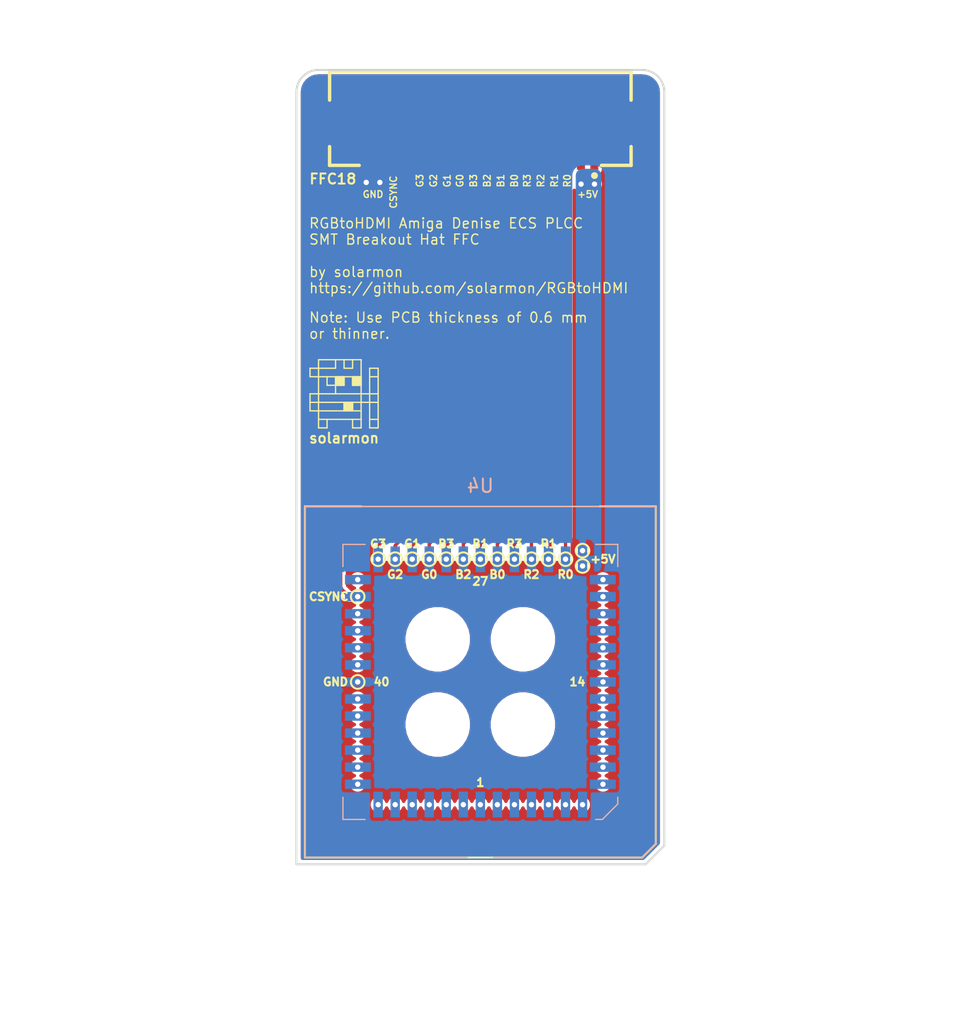
<source format=kicad_pcb>
(kicad_pcb (version 20171130) (host pcbnew "(5.1.9)-1")

  (general
    (thickness 1.6)
    (drawings 66)
    (tracks 104)
    (zones 0)
    (modules 7)
    (nets 53)
  )

  (page A4)
  (title_block
    (title "RGBtoHDMI Amiga Denise ECS PLCC SMD")
    (date 2021-04-19)
    (rev 1)
    (company https://github.com/solarmon)
  )

  (layers
    (0 F.Cu signal)
    (31 B.Cu signal)
    (32 B.Adhes user)
    (33 F.Adhes user)
    (34 B.Paste user)
    (35 F.Paste user)
    (36 B.SilkS user)
    (37 F.SilkS user)
    (38 B.Mask user)
    (39 F.Mask user)
    (40 Dwgs.User user)
    (41 Cmts.User user)
    (42 Eco1.User user)
    (43 Eco2.User user)
    (44 Edge.Cuts user)
    (45 Margin user)
    (46 B.CrtYd user)
    (47 F.CrtYd user)
    (48 B.Fab user)
    (49 F.Fab user)
  )

  (setup
    (last_trace_width 0.25)
    (user_trace_width 0.5)
    (trace_clearance 0.2)
    (zone_clearance 0.254)
    (zone_45_only yes)
    (trace_min 0.2)
    (via_size 0.8)
    (via_drill 0.4)
    (via_min_size 0.4)
    (via_min_drill 0.3)
    (user_via 0.6 0.4)
    (user_via 1.6 0.8)
    (uvia_size 0.3)
    (uvia_drill 0.1)
    (uvias_allowed no)
    (uvia_min_size 0.2)
    (uvia_min_drill 0.1)
    (edge_width 0.15)
    (segment_width 0.2)
    (pcb_text_width 0.3)
    (pcb_text_size 1.5 1.5)
    (mod_edge_width 0.15)
    (mod_text_size 1 1)
    (mod_text_width 0.15)
    (pad_size 2.5 3)
    (pad_drill 0)
    (pad_to_mask_clearance 0.15)
    (aux_axis_origin 141.351 86.233)
    (grid_origin 141.351 86.233)
    (visible_elements 7FFFFFFF)
    (pcbplotparams
      (layerselection 0x010f0_ffffffff)
      (usegerberextensions false)
      (usegerberattributes false)
      (usegerberadvancedattributes false)
      (creategerberjobfile false)
      (excludeedgelayer true)
      (linewidth 0.100000)
      (plotframeref false)
      (viasonmask false)
      (mode 1)
      (useauxorigin false)
      (hpglpennumber 1)
      (hpglpenspeed 20)
      (hpglpendiameter 15.000000)
      (psnegative false)
      (psa4output false)
      (plotreference true)
      (plotvalue true)
      (plotinvisibletext false)
      (padsonsilk false)
      (subtractmaskfromsilk false)
      (outputformat 1)
      (mirror false)
      (drillshape 0)
      (scaleselection 1)
      (outputdirectory "./gerber"))
  )

  (net 0 "")
  (net 1 GND)
  (net 2 /B0)
  (net 3 /R3)
  (net 4 /R2)
  (net 5 /R1)
  (net 6 /R0)
  (net 7 +5V)
  (net 8 /CSYNC)
  (net 9 /G3)
  (net 10 /G2)
  (net 11 /G1)
  (net 12 /G0)
  (net 13 /B3)
  (net 14 /B2)
  (net 15 /B1)
  (net 16 "Net-(U4-Pad52)")
  (net 17 "Net-(U4-Pad50)")
  (net 18 "Net-(U4-Pad48)")
  (net 19 "Net-(U4-Pad46)")
  (net 20 "Net-(U4-Pad51)")
  (net 21 "Net-(U4-Pad49)")
  (net 22 "Net-(U4-Pad45)")
  (net 23 "Net-(U4-Pad43)")
  (net 24 "Net-(U4-Pad41)")
  (net 25 "Net-(U4-Pad39)")
  (net 26 "Net-(U4-Pad44)")
  (net 27 "Net-(U4-Pad42)")
  (net 28 "Net-(U4-Pad36)")
  (net 29 "Net-(U4-Pad18)")
  (net 30 "Net-(U4-Pad16)")
  (net 31 "Net-(U4-Pad14)")
  (net 32 "Net-(U4-Pad12)")
  (net 33 "Net-(U4-Pad10)")
  (net 34 "Net-(U4-Pad19)")
  (net 35 "Net-(U4-Pad17)")
  (net 36 "Net-(U4-Pad15)")
  (net 37 "Net-(U4-Pad13)")
  (net 38 "Net-(U4-Pad11)")
  (net 39 "Net-(U4-Pad9)")
  (net 40 "Net-(U4-Pad5)")
  (net 41 "Net-(U4-Pad3)")
  (net 42 "Net-(U4-Pad1)")
  (net 43 "Net-(U4-Pad8)")
  (net 44 "Net-(U4-Pad6)")
  (net 45 "Net-(U4-Pad4)")
  (net 46 "Net-(U4-Pad2)")
  (net 47 /7M)
  (net 48 "Net-(U4-Pad47)")
  (net 49 "Net-(U4-Pad34)")
  (net 50 "Net-(U4-Pad20)")
  (net 51 "Net-(U4-Pad7)")
  (net 52 /CDAC)

  (net_class Default "Dies ist die voreingestellte Netzklasse."
    (clearance 0.2)
    (trace_width 0.25)
    (via_dia 0.8)
    (via_drill 0.4)
    (uvia_dia 0.3)
    (uvia_drill 0.1)
    (add_net /7M)
    (add_net /B0)
    (add_net /B1)
    (add_net /B2)
    (add_net /B3)
    (add_net /CDAC)
    (add_net /CSYNC)
    (add_net /G0)
    (add_net /G1)
    (add_net /G2)
    (add_net /G3)
    (add_net /R0)
    (add_net /R1)
    (add_net /R2)
    (add_net /R3)
    (add_net GND)
    (add_net "Net-(U4-Pad1)")
    (add_net "Net-(U4-Pad10)")
    (add_net "Net-(U4-Pad11)")
    (add_net "Net-(U4-Pad12)")
    (add_net "Net-(U4-Pad13)")
    (add_net "Net-(U4-Pad14)")
    (add_net "Net-(U4-Pad15)")
    (add_net "Net-(U4-Pad16)")
    (add_net "Net-(U4-Pad17)")
    (add_net "Net-(U4-Pad18)")
    (add_net "Net-(U4-Pad19)")
    (add_net "Net-(U4-Pad2)")
    (add_net "Net-(U4-Pad20)")
    (add_net "Net-(U4-Pad3)")
    (add_net "Net-(U4-Pad34)")
    (add_net "Net-(U4-Pad36)")
    (add_net "Net-(U4-Pad39)")
    (add_net "Net-(U4-Pad4)")
    (add_net "Net-(U4-Pad41)")
    (add_net "Net-(U4-Pad42)")
    (add_net "Net-(U4-Pad43)")
    (add_net "Net-(U4-Pad44)")
    (add_net "Net-(U4-Pad45)")
    (add_net "Net-(U4-Pad46)")
    (add_net "Net-(U4-Pad47)")
    (add_net "Net-(U4-Pad48)")
    (add_net "Net-(U4-Pad49)")
    (add_net "Net-(U4-Pad5)")
    (add_net "Net-(U4-Pad50)")
    (add_net "Net-(U4-Pad51)")
    (add_net "Net-(U4-Pad52)")
    (add_net "Net-(U4-Pad6)")
    (add_net "Net-(U4-Pad7)")
    (add_net "Net-(U4-Pad8)")
    (add_net "Net-(U4-Pad9)")
  )

  (net_class +3.3V ""
    (clearance 0.2)
    (trace_width 0.4)
    (via_dia 1)
    (via_drill 0.4)
    (uvia_dia 0.3)
    (uvia_drill 0.1)
  )

  (net_class +5V ""
    (clearance 0.2)
    (trace_width 0.4)
    (via_dia 1.2)
    (via_drill 0.4)
    (uvia_dia 0.3)
    (uvia_drill 0.1)
    (add_net +5V)
  )

  (module solarmon_library:FPC-SMD_X10B25U18T (layer F.Cu) (tedit 60959ADF) (tstamp 607F43E3)
    (at 165.354 30.607)
    (path /6080D0A5)
    (attr smd)
    (fp_text reference FFC18 (at -12.827 1.651 180) (layer F.SilkS)
      (effects (font (size 0.75 0.75) (thickness 0.15)) (justify left))
    )
    (fp_text value Conn_01x18 (at -31.106 -22.053) (layer F.Fab) hide
      (effects (font (size 1.143 1.143) (thickness 0.152)) (justify left))
    )
    (fp_circle (center 8.509 1.397) (end 8.382 1.397) (layer F.SilkS) (width 0.254))
    (fp_line (start 11.24 0.635) (end 11.24 -0.764) (layer F.SilkS) (width 0.254))
    (fp_line (start 11.24 -4.226) (end 11.24 -6.35) (layer F.SilkS) (width 0.254))
    (fp_line (start 11.24 0.635) (end 9.031 0.635) (layer F.SilkS) (width 0.254))
    (fp_line (start 11.24 -6.35) (end -11.24 -6.35) (layer F.SilkS) (width 0.254))
    (fp_line (start -11.24 -6.35) (end -11.24 -4.226) (layer F.SilkS) (width 0.254))
    (fp_line (start -11.24 0.635) (end -9.031 0.635) (layer F.SilkS) (width 0.254))
    (fp_line (start -11.24 -0.764) (end -11.24 0.635) (layer F.SilkS) (width 0.254))
    (fp_text user gge190 (at 0 -1.27 180) (layer Cmts.User)
      (effects (font (size 1 1) (thickness 0.15)))
    )
    (pad MP smd rect (at 11.25 -2.495 180) (size 2.5 3) (layers F.Cu F.Paste F.Mask)
      (net 1 GND) (zone_connect 2))
    (pad MP smd rect (at -11.25 -2.495 180) (size 2.5 3) (layers F.Cu F.Paste F.Mask)
      (net 1 GND) (zone_connect 2))
    (pad 18 smd rect (at -8.5 -0.045 180) (size 0.6 2) (layers F.Cu F.Paste F.Mask)
      (net 1 GND))
    (pad 17 smd rect (at -7.5 -0.045 180) (size 0.6 2) (layers F.Cu F.Paste F.Mask)
      (net 1 GND))
    (pad 16 smd rect (at -6.5 -0.045 180) (size 0.6 2) (layers F.Cu F.Paste F.Mask)
      (net 8 /CSYNC))
    (pad 15 smd rect (at -5.5 -0.045 180) (size 0.6 2) (layers F.Cu F.Paste F.Mask)
      (net 1 GND))
    (pad 14 smd rect (at -4.5 -0.045 180) (size 0.6 2) (layers F.Cu F.Paste F.Mask)
      (net 9 /G3))
    (pad 13 smd rect (at -3.5 -0.045 180) (size 0.6 2) (layers F.Cu F.Paste F.Mask)
      (net 10 /G2))
    (pad 12 smd rect (at -2.5 -0.045 180) (size 0.6 2) (layers F.Cu F.Paste F.Mask)
      (net 11 /G1))
    (pad 11 smd rect (at -1.5 -0.045 180) (size 0.6 2) (layers F.Cu F.Paste F.Mask)
      (net 12 /G0))
    (pad 10 smd rect (at -0.5 -0.045 180) (size 0.6 2) (layers F.Cu F.Paste F.Mask)
      (net 13 /B3))
    (pad 9 smd rect (at 0.5 -0.045 180) (size 0.6 2) (layers F.Cu F.Paste F.Mask)
      (net 14 /B2))
    (pad 8 smd rect (at 1.5 -0.045 180) (size 0.6 2) (layers F.Cu F.Paste F.Mask)
      (net 15 /B1))
    (pad 7 smd rect (at 2.5 -0.045 180) (size 0.6 2) (layers F.Cu F.Paste F.Mask)
      (net 2 /B0))
    (pad 6 smd rect (at 3.5 -0.045 180) (size 0.6 2) (layers F.Cu F.Paste F.Mask)
      (net 3 /R3))
    (pad 5 smd rect (at 4.5 -0.045 180) (size 0.6 2) (layers F.Cu F.Paste F.Mask)
      (net 4 /R2))
    (pad 4 smd rect (at 5.5 -0.045 180) (size 0.6 2) (layers F.Cu F.Paste F.Mask)
      (net 5 /R1))
    (pad 3 smd rect (at 6.5 -0.045 180) (size 0.6 2) (layers F.Cu F.Paste F.Mask)
      (net 6 /R0))
    (pad 2 smd rect (at 7.5 -0.045 180) (size 0.6 2) (layers F.Cu F.Paste F.Mask)
      (net 7 +5V))
    (pad 1 smd rect (at 8.5 -0.045 180) (size 0.6 2) (layers F.Cu F.Paste F.Mask)
      (net 7 +5V))
    (model ${KISYS3DMOD}/Connector_FFC-FPC.3dshapes/TE_1-84952-8_1x18-1MP_P1.0mm_Horizontal.step
      (offset (xyz 0 1.5 0))
      (scale (xyz 1 1 1))
      (rotate (xyz 0 0 180))
    )
  )

  (module solarmon_library:solarmon-logo-25mils (layer F.Cu) (tedit 60832A59) (tstamp 60947232)
    (at 155.194 48.895)
    (fp_text reference solarmon (at 0 2.667) (layer F.SilkS)
      (effects (font (size 0.75 0.75) (thickness 0.15)))
    )
    (fp_text value solarmon-logo-25mils (at -0.635 -5.08) (layer F.Fab)
      (effects (font (size 1 1) (thickness 0.15)))
    )
    (fp_poly (pts (xy 2.54 0) (xy 1.905 0) (xy 1.905 -0.635) (xy 2.54 -0.635)) (layer F.Mask) (width 0.1))
    (fp_line (start 0.635 -1.27) (end 1.27 -1.27) (layer F.SilkS) (width 0.1))
    (fp_poly (pts (xy 1.27 1.905) (xy 0.635 1.905) (xy 0.635 1.27) (xy 1.27 1.27)) (layer F.Mask) (width 0.1))
    (fp_poly (pts (xy -1.27 1.905) (xy -1.905 1.905) (xy -1.905 1.27) (xy -1.27 1.27)) (layer F.Mask) (width 0.1))
    (fp_poly (pts (xy -1.905 0.635) (xy -2.54 0.635) (xy -2.54 0) (xy -1.905 0)) (layer F.Mask) (width 0.1))
    (fp_poly (pts (xy -1.27 -1.905) (xy -1.905 -1.905) (xy -1.905 -2.54) (xy -1.27 -2.54)) (layer F.Mask) (width 0.1))
    (fp_poly (pts (xy -0.635 -1.905) (xy -1.27 -1.905) (xy -1.27 -2.54) (xy -0.635 -2.54)) (layer F.Mask) (width 0.1))
    (fp_poly (pts (xy 0 -2.54) (xy -0.635 -2.54) (xy -0.635 -3.175) (xy 0 -3.175)) (layer F.Mask) (width 0.1))
    (fp_poly (pts (xy 0 -1.905) (xy -0.635 -1.905) (xy -0.635 -2.54) (xy 0 -2.54)) (layer F.Mask) (width 0.1))
    (fp_poly (pts (xy 0.635 -1.905) (xy 0 -1.905) (xy 0 -2.54) (xy 0.635 -2.54)) (layer F.Mask) (width 0.1))
    (fp_poly (pts (xy 1.27 -1.905) (xy 0.635 -1.905) (xy 0.635 -2.54) (xy 1.27 -2.54)) (layer F.Mask) (width 0.1))
    (fp_poly (pts (xy 1.27 -2.54) (xy 0.635 -2.54) (xy 0.635 -3.175) (xy 1.27 -3.175)) (layer F.Mask) (width 0.1))
    (fp_poly (pts (xy 2.54 1.905) (xy 1.905 1.905) (xy 1.905 1.27) (xy 2.54 1.27)) (layer F.Mask) (width 0.1))
    (fp_poly (pts (xy 2.54 -1.905) (xy 1.905 -1.905) (xy 1.905 -2.54) (xy 2.54 -2.54)) (layer F.Mask) (width 0.1))
    (fp_poly (pts (xy -1.27 1.905) (xy -1.905 1.905) (xy -1.905 1.27) (xy -1.27 1.27)) (layer F.Cu) (width 0.1))
    (fp_poly (pts (xy 1.27 1.905) (xy 0.635 1.905) (xy 0.635 1.27) (xy 1.27 1.27)) (layer F.Cu) (width 0.1))
    (fp_poly (pts (xy 1.27 0.635) (xy 0.635 0.635) (xy 0.635 0) (xy 1.27 0)) (layer F.Cu) (width 0.1))
    (fp_poly (pts (xy 0 0.635) (xy -0.635 0.635) (xy -0.635 0) (xy 0 0)) (layer F.Cu) (width 0.1))
    (fp_poly (pts (xy -0.635 0.635) (xy -1.27 0.635) (xy -1.27 0) (xy -0.635 0)) (layer F.Cu) (width 0.1))
    (fp_poly (pts (xy -1.27 0.635) (xy -1.905 0.635) (xy -1.905 0) (xy -1.27 0)) (layer F.Cu) (width 0.1))
    (fp_poly (pts (xy -1.27 -1.905) (xy -1.905 -1.905) (xy -1.905 -2.54) (xy -1.27 -2.54)) (layer F.Cu) (width 0.1))
    (fp_poly (pts (xy -0.635 -1.905) (xy -1.27 -1.905) (xy -1.27 -2.54) (xy -0.635 -2.54)) (layer F.Cu) (width 0.1))
    (fp_poly (pts (xy 0 -2.54) (xy -0.635 -2.54) (xy -0.635 -3.175) (xy 0 -3.175)) (layer F.Cu) (width 0.1))
    (fp_poly (pts (xy 0 -1.905) (xy -0.635 -1.905) (xy -0.635 -2.54) (xy 0 -2.54)) (layer F.Cu) (width 0.1))
    (fp_poly (pts (xy 0.635 -1.905) (xy 0 -1.905) (xy 0 -2.54) (xy 0.635 -2.54)) (layer F.Cu) (width 0.1))
    (fp_poly (pts (xy 1.27 -1.905) (xy 0.635 -1.905) (xy 0.635 -2.54) (xy 1.27 -2.54)) (layer F.Cu) (width 0.1))
    (fp_poly (pts (xy 1.27 -2.54) (xy 0.635 -2.54) (xy 0.635 -3.175) (xy 1.27 -3.175)) (layer F.Cu) (width 0.1))
    (fp_poly (pts (xy 2.54 1.905) (xy 1.905 1.905) (xy 1.905 1.27) (xy 2.54 1.27)) (layer F.Cu) (width 0.1))
    (fp_poly (pts (xy 2.54 -1.905) (xy 1.905 -1.905) (xy 1.905 -2.54) (xy 2.54 -2.54)) (layer F.Cu) (width 0.1))
    (fp_poly (pts (xy -0.635 -1.27) (xy -1.27 -1.27) (xy -1.27 -1.905) (xy -0.635 -1.905)) (layer F.Mask) (width 0.1))
    (fp_poly (pts (xy 0 -0.635) (xy -0.635 -0.635) (xy -0.635 -1.27) (xy 0 -1.27)) (layer F.Mask) (width 0.1))
    (fp_poly (pts (xy 1.27 -0.635) (xy 0.635 -0.635) (xy 0.635 -1.27) (xy 1.27 -1.27)) (layer F.Mask) (width 0.1))
    (fp_poly (pts (xy 0.635 -0.635) (xy 0 -0.635) (xy 0 -1.27) (xy 0.635 -1.27)) (layer F.Mask) (width 0.1))
    (fp_poly (pts (xy 0.635 -1.27) (xy 0 -1.27) (xy 0 -1.905) (xy 0.635 -1.905)) (layer F.Mask) (width 0.1))
    (fp_poly (pts (xy 0.635 0.635) (xy 0 0.635) (xy 0 0) (xy 0.635 0)) (layer F.SilkS) (width 0.1))
    (fp_poly (pts (xy 1.27 -1.27) (xy 0.635 -1.27) (xy 0.635 -1.905) (xy 1.27 -1.905)) (layer F.SilkS) (width 0.1))
    (fp_poly (pts (xy 0 -1.27) (xy -0.635 -1.27) (xy -0.635 -1.905) (xy 0 -1.905)) (layer F.SilkS) (width 0.1))
    (fp_line (start 0.635 0) (end 0.635 0.635) (layer F.SilkS) (width 0.1))
    (fp_line (start 0 0) (end 0 0.635) (layer F.SilkS) (width 0.1))
    (fp_line (start 1.905 1.27) (end 2.54 1.27) (layer F.SilkS) (width 0.1))
    (fp_line (start 1.905 -1.905) (end 2.54 -1.905) (layer F.SilkS) (width 0.1))
    (fp_line (start 1.905 -2.54) (end 2.54 -2.54) (layer F.SilkS) (width 0.1))
    (fp_line (start 2.54 -2.54) (end 2.54 1.905) (layer F.SilkS) (width 0.1))
    (fp_line (start 1.905 -2.54) (end 1.905 1.905) (layer F.SilkS) (width 0.1))
    (fp_line (start 1.905 1.905) (end 2.54 1.905) (layer F.SilkS) (width 0.1))
    (fp_line (start 0.635 1.905) (end 1.27 1.905) (layer F.SilkS) (width 0.1))
    (fp_line (start -1.905 1.905) (end -1.27 1.905) (layer F.SilkS) (width 0.1))
    (fp_line (start 0.635 1.27) (end 0.635 1.905) (layer F.SilkS) (width 0.1))
    (fp_line (start -1.27 1.27) (end -1.27 1.905) (layer F.SilkS) (width 0.1))
    (fp_line (start -1.905 1.27) (end 1.27 1.27) (layer F.SilkS) (width 0.1))
    (fp_line (start -2.54 0.635) (end 1.27 0.635) (layer F.SilkS) (width 0.1))
    (fp_line (start -2.54 0) (end 2.54 0) (layer F.SilkS) (width 0.1))
    (fp_line (start -2.54 0.635) (end -2.54 -0.635) (layer F.SilkS) (width 0.1))
    (fp_line (start -2.54 -0.635) (end 2.54 -0.635) (layer F.SilkS) (width 0.1))
    (fp_line (start 0.635 -1.905) (end 0.635 -1.27) (layer F.SilkS) (width 0.1))
    (fp_line (start 0 -1.905) (end 0 -1.27) (layer F.SilkS) (width 0.1))
    (fp_line (start -0.635 -1.905) (end -0.635 -0.635) (layer F.SilkS) (width 0.1))
    (fp_line (start -1.27 -1.27) (end 0 -1.27) (layer F.SilkS) (width 0.1))
    (fp_line (start -1.27 -1.905) (end -1.27 -1.27) (layer F.SilkS) (width 0.1))
    (fp_line (start 1.27 -3.175) (end 1.27 1.905) (layer F.SilkS) (width 0.1))
    (fp_line (start 0.635 -3.175) (end 0.635 -2.54) (layer F.SilkS) (width 0.1))
    (fp_line (start 0 -2.54) (end 0.635 -2.54) (layer F.SilkS) (width 0.1))
    (fp_line (start 0 -3.175) (end 0 -2.54) (layer F.SilkS) (width 0.1))
    (fp_line (start -0.635 -3.175) (end -0.635 -2.54) (layer F.SilkS) (width 0.1))
    (fp_line (start -1.905 -3.175) (end 1.27 -3.175) (layer F.SilkS) (width 0.1))
    (fp_line (start -2.54 -1.905) (end -2.54 -2.54) (layer F.SilkS) (width 0.1))
    (fp_line (start 1.27 -1.905) (end -2.54 -1.905) (layer F.SilkS) (width 0.1))
    (fp_line (start -1.905 -3.175) (end -1.905 1.905) (layer F.SilkS) (width 0.1))
    (fp_line (start -2.54 -2.54) (end -0.635 -2.54) (layer F.SilkS) (width 0.1))
  )

  (module MountingHole:MountingHole_4.3mm_M4 (layer F.Cu) (tedit 56D1B4CB) (tstamp 6084E634)
    (at 168.529 72.898)
    (descr "Mounting Hole 4.3mm, no annular, M4")
    (tags "mounting hole 4.3mm no annular m4")
    (path /6085635D)
    (attr virtual)
    (fp_text reference H4 (at 0 -5.3) (layer F.SilkS) hide
      (effects (font (size 1 1) (thickness 0.15)))
    )
    (fp_text value MountingHole (at 0 5.3) (layer F.Fab)
      (effects (font (size 1 1) (thickness 0.15)))
    )
    (fp_circle (center 0 0) (end 4.55 0) (layer F.CrtYd) (width 0.05))
    (fp_circle (center 0 0) (end 4.3 0) (layer Cmts.User) (width 0.15))
    (fp_text user %R (at 0.3 0) (layer F.Fab)
      (effects (font (size 1 1) (thickness 0.15)))
    )
    (pad 1 np_thru_hole circle (at 0 0) (size 4.3 4.3) (drill 4.3) (layers *.Cu *.Mask))
  )

  (module MountingHole:MountingHole_4.3mm_M4 (layer F.Cu) (tedit 56D1B4CB) (tstamp 6084E62C)
    (at 168.529 66.548)
    (descr "Mounting Hole 4.3mm, no annular, M4")
    (tags "mounting hole 4.3mm no annular m4")
    (path /608560AE)
    (attr virtual)
    (fp_text reference H3 (at 0 -5.3) (layer F.SilkS) hide
      (effects (font (size 1 1) (thickness 0.15)))
    )
    (fp_text value MountingHole (at 0 5.3) (layer F.Fab)
      (effects (font (size 1 1) (thickness 0.15)))
    )
    (fp_circle (center 0 0) (end 4.55 0) (layer F.CrtYd) (width 0.05))
    (fp_circle (center 0 0) (end 4.3 0) (layer Cmts.User) (width 0.15))
    (fp_text user %R (at 0.3 0) (layer F.Fab)
      (effects (font (size 1 1) (thickness 0.15)))
    )
    (pad 1 np_thru_hole circle (at 0 0) (size 4.3 4.3) (drill 4.3) (layers *.Cu *.Mask))
  )

  (module MountingHole:MountingHole_4.3mm_M4 (layer F.Cu) (tedit 56D1B4CB) (tstamp 6084E624)
    (at 162.179 72.898)
    (descr "Mounting Hole 4.3mm, no annular, M4")
    (tags "mounting hole 4.3mm no annular m4")
    (path /60855DB8)
    (attr virtual)
    (fp_text reference H2 (at 0 -5.3) (layer F.SilkS) hide
      (effects (font (size 1 1) (thickness 0.15)))
    )
    (fp_text value MountingHole (at 0 5.3) (layer F.Fab)
      (effects (font (size 1 1) (thickness 0.15)))
    )
    (fp_circle (center 0 0) (end 4.55 0) (layer F.CrtYd) (width 0.05))
    (fp_circle (center 0 0) (end 4.3 0) (layer Cmts.User) (width 0.15))
    (fp_text user %R (at 0.3 0) (layer F.Fab)
      (effects (font (size 1 1) (thickness 0.15)))
    )
    (pad 1 np_thru_hole circle (at 0 0) (size 4.3 4.3) (drill 4.3) (layers *.Cu *.Mask))
  )

  (module MountingHole:MountingHole_4.3mm_M4 (layer F.Cu) (tedit 56D1B4CB) (tstamp 6084E61C)
    (at 162.179 66.548)
    (descr "Mounting Hole 4.3mm, no annular, M4")
    (tags "mounting hole 4.3mm no annular m4")
    (path /60855866)
    (attr virtual)
    (fp_text reference H1 (at 0 -5.3) (layer F.SilkS) hide
      (effects (font (size 1 1) (thickness 0.15)))
    )
    (fp_text value MountingHole (at 0 5.3) (layer F.Fab)
      (effects (font (size 1 1) (thickness 0.15)))
    )
    (fp_circle (center 0 0) (end 4.55 0) (layer F.CrtYd) (width 0.05))
    (fp_circle (center 0 0) (end 4.3 0) (layer Cmts.User) (width 0.15))
    (fp_text user %R (at 0.3 0) (layer F.Fab)
      (effects (font (size 1 1) (thickness 0.15)))
    )
    (pad 1 np_thru_hole circle (at 0 0) (size 4.3 4.3) (drill 4.3) (layers *.Cu *.Mask))
  )

  (module solarmon_library:PLCC-52_SMD-Socket_Reversed_Hat (layer B.Cu) (tedit 607D5A18) (tstamp 607FD2E6)
    (at 173.736 69.723)
    (descr "PLCC, 52 pins, surface mount")
    (tags "plcc smt")
    (path /603084E6)
    (attr smd)
    (fp_text reference U4 (at -8.382 -14.605) (layer B.SilkS)
      (effects (font (size 1 1) (thickness 0.15)) (justify mirror))
    )
    (fp_text value Denise_ECS_8373 (at -8.382 -13.92) (layer B.Fab)
      (effects (font (size 1 1) (thickness 0.15)) (justify mirror))
    )
    (fp_line (start 3.538 12.92) (end 4.538 11.92) (layer B.Fab) (width 0.1))
    (fp_line (start 4.538 11.92) (end 4.538 -12.92) (layer B.Fab) (width 0.1))
    (fp_line (start 4.538 -12.92) (end -21.302 -12.92) (layer B.Fab) (width 0.1))
    (fp_line (start -21.302 -12.92) (end -21.302 12.92) (layer B.Fab) (width 0.1))
    (fp_line (start -21.302 12.92) (end 3.538 12.92) (layer B.Fab) (width 0.1))
    (fp_line (start 5.018 13.4) (end 5.018 -13.4) (layer B.CrtYd) (width 0.05))
    (fp_line (start 5.018 -13.4) (end -21.782 -13.4) (layer B.CrtYd) (width 0.05))
    (fp_line (start -21.782 -13.4) (end -21.782 13.4) (layer B.CrtYd) (width 0.05))
    (fp_line (start -21.782 13.4) (end 5.018 13.4) (layer B.CrtYd) (width 0.05))
    (fp_line (start 0.713 10.095) (end 1.713 9.095) (layer B.Fab) (width 0.1))
    (fp_line (start 1.713 9.095) (end 1.713 -10.095) (layer B.Fab) (width 0.1))
    (fp_line (start 1.713 -10.095) (end -18.477 -10.095) (layer B.Fab) (width 0.1))
    (fp_line (start -18.477 -10.095) (end -18.477 10.095) (layer B.Fab) (width 0.1))
    (fp_line (start -18.477 10.095) (end 0.713 10.095) (layer B.Fab) (width 0.1))
    (fp_line (start 3.268 11.65) (end 3.268 -11.65) (layer B.Fab) (width 0.1))
    (fp_line (start 3.268 -11.65) (end -20.032 -11.65) (layer B.Fab) (width 0.1))
    (fp_line (start -20.032 -11.65) (end -20.032 11.65) (layer B.Fab) (width 0.1))
    (fp_line (start -20.032 11.65) (end 3.268 11.65) (layer B.Fab) (width 0.1))
    (fp_line (start -7.882 12.92) (end -8.382 11.92) (layer B.Fab) (width 0.1))
    (fp_line (start -8.382 11.92) (end -8.882 12.92) (layer B.Fab) (width 0.1))
    (fp_line (start -7.382 13.07) (end 3.688 13.07) (layer B.SilkS) (width 0.12))
    (fp_line (start 3.688 13.07) (end 4.688 12.07) (layer B.SilkS) (width 0.12))
    (fp_line (start 4.688 12.07) (end 4.688 -13.07) (layer B.SilkS) (width 0.12))
    (fp_line (start 4.688 -13.07) (end -21.452 -13.07) (layer B.SilkS) (width 0.12))
    (fp_line (start -21.452 -13.07) (end -21.452 13.07) (layer B.SilkS) (width 0.12))
    (fp_line (start -21.452 13.07) (end -9.382 13.07) (layer B.SilkS) (width 0.12))
    (fp_line (start 0.213 10.245) (end 0.713 10.245) (layer B.SilkS) (width 0.1))
    (fp_line (start 0.713 10.245) (end 1.863 9.095) (layer B.SilkS) (width 0.1))
    (fp_line (start 1.863 9.095) (end 1.863 8.595) (layer B.SilkS) (width 0.1))
    (fp_line (start -16.977 10.245) (end -18.627 10.245) (layer B.SilkS) (width 0.1))
    (fp_line (start -18.627 10.245) (end -18.627 8.595) (layer B.SilkS) (width 0.1))
    (fp_line (start 0.213 -10.245) (end 1.863 -10.245) (layer B.SilkS) (width 0.1))
    (fp_line (start 1.863 -10.245) (end 1.863 -8.595) (layer B.SilkS) (width 0.1))
    (fp_line (start -16.977 -10.245) (end -18.627 -10.245) (layer B.SilkS) (width 0.1))
    (fp_line (start -18.627 -10.245) (end -18.627 -8.595) (layer B.SilkS) (width 0.1))
    (fp_text user %R (at -8.382 0) (layer B.Fab)
      (effects (font (size 1 1) (thickness 0.15)) (justify mirror))
    )
    (pad 46 smd rect (at -17.5145 7.62) (size 1.925 0.7) (layers B.Cu B.Paste B.Mask)
      (net 19 "Net-(U4-Pad46)"))
    (pad 45 smd rect (at -17.5145 6.35) (size 1.925 0.7) (layers B.Cu B.Paste B.Mask)
      (net 22 "Net-(U4-Pad45)"))
    (pad 44 smd rect (at -17.5145 5.08) (size 1.925 0.7) (layers B.Cu B.Paste B.Mask)
      (net 26 "Net-(U4-Pad44)"))
    (pad 43 smd rect (at -17.5145 3.81) (size 1.925 0.7) (layers B.Cu B.Paste B.Mask)
      (net 23 "Net-(U4-Pad43)"))
    (pad 42 smd rect (at -17.5145 2.54) (size 1.925 0.7) (layers B.Cu B.Paste B.Mask)
      (net 27 "Net-(U4-Pad42)"))
    (pad 41 smd rect (at -17.5145 1.27) (size 1.925 0.7) (layers B.Cu B.Paste B.Mask)
      (net 24 "Net-(U4-Pad41)"))
    (pad 40 smd rect (at -17.5145 0) (size 1.925 0.7) (layers B.Cu B.Paste B.Mask)
      (net 1 GND))
    (pad 39 smd rect (at -17.5145 -1.27) (size 1.925 0.7) (layers B.Cu B.Paste B.Mask)
      (net 25 "Net-(U4-Pad39)"))
    (pad 38 smd rect (at -17.5145 -2.54) (size 1.925 0.7) (layers B.Cu B.Paste B.Mask)
      (net 47 /7M))
    (pad 37 smd rect (at -17.5145 -3.81) (size 1.925 0.7) (layers B.Cu B.Paste B.Mask)
      (net 52 /CDAC))
    (pad 36 smd rect (at -17.5145 -5.08) (size 1.925 0.7) (layers B.Cu B.Paste B.Mask)
      (net 28 "Net-(U4-Pad36)"))
    (pad 35 smd rect (at -17.5145 -6.35) (size 1.925 0.7) (layers B.Cu B.Paste B.Mask)
      (net 8 /CSYNC))
    (pad 34 smd rect (at -17.5145 -7.62) (size 1.925 0.7) (layers B.Cu B.Paste B.Mask)
      (net 49 "Net-(U4-Pad34)"))
    (pad 33 smd rect (at -16.002 -9.1325) (size 0.7 1.925) (layers B.Cu B.Paste B.Mask)
      (net 9 /G3))
    (pad 32 smd rect (at -14.732 -9.1325) (size 0.7 1.925) (layers B.Cu B.Paste B.Mask)
      (net 10 /G2))
    (pad 31 smd rect (at -13.462 -9.1325) (size 0.7 1.925) (layers B.Cu B.Paste B.Mask)
      (net 11 /G1))
    (pad 30 smd rect (at -12.192 -9.1325) (size 0.7 1.925) (layers B.Cu B.Paste B.Mask)
      (net 12 /G0))
    (pad 29 smd rect (at -10.922 -9.1325) (size 0.7 1.925) (layers B.Cu B.Paste B.Mask)
      (net 13 /B3))
    (pad 28 smd rect (at -9.652 -9.1325) (size 0.7 1.925) (layers B.Cu B.Paste B.Mask)
      (net 14 /B2))
    (pad 27 smd rect (at -8.382 -9.1325) (size 0.7 1.925) (layers B.Cu B.Paste B.Mask)
      (net 15 /B1))
    (pad 26 smd rect (at -7.112 -9.1325) (size 0.7 1.925) (layers B.Cu B.Paste B.Mask)
      (net 2 /B0))
    (pad 25 smd rect (at -5.842 -9.1325) (size 0.7 1.925) (layers B.Cu B.Paste B.Mask)
      (net 3 /R3))
    (pad 24 smd rect (at -4.572 -9.1325) (size 0.7 1.925) (layers B.Cu B.Paste B.Mask)
      (net 4 /R2))
    (pad 23 smd rect (at -3.302 -9.1325) (size 0.7 1.925) (layers B.Cu B.Paste B.Mask)
      (net 5 /R1))
    (pad 22 smd rect (at -2.032 -9.1325) (size 0.7 1.925) (layers B.Cu B.Paste B.Mask)
      (net 6 /R0))
    (pad 21 smd rect (at -0.762 -9.1325) (size 0.7 1.925) (layers B.Cu B.Paste B.Mask)
      (net 7 +5V))
    (pad 20 smd rect (at 0.7505 -7.62) (size 1.925 0.7) (layers B.Cu B.Paste B.Mask)
      (net 50 "Net-(U4-Pad20)"))
    (pad 19 smd rect (at 0.7505 -6.35) (size 1.925 0.7) (layers B.Cu B.Paste B.Mask)
      (net 34 "Net-(U4-Pad19)"))
    (pad 18 smd rect (at 0.7505 -5.08) (size 1.925 0.7) (layers B.Cu B.Paste B.Mask)
      (net 29 "Net-(U4-Pad18)"))
    (pad 17 smd rect (at 0.7505 -3.81) (size 1.925 0.7) (layers B.Cu B.Paste B.Mask)
      (net 35 "Net-(U4-Pad17)"))
    (pad 16 smd rect (at 0.7505 -2.54) (size 1.925 0.7) (layers B.Cu B.Paste B.Mask)
      (net 30 "Net-(U4-Pad16)"))
    (pad 15 smd rect (at 0.7505 -1.27) (size 1.925 0.7) (layers B.Cu B.Paste B.Mask)
      (net 36 "Net-(U4-Pad15)"))
    (pad 14 smd rect (at 0.7505 0) (size 1.925 0.7) (layers B.Cu B.Paste B.Mask)
      (net 31 "Net-(U4-Pad14)"))
    (pad 13 smd rect (at 0.7505 1.27) (size 1.925 0.7) (layers B.Cu B.Paste B.Mask)
      (net 37 "Net-(U4-Pad13)"))
    (pad 12 smd rect (at 0.7505 2.54) (size 1.925 0.7) (layers B.Cu B.Paste B.Mask)
      (net 32 "Net-(U4-Pad12)"))
    (pad 11 smd rect (at 0.7505 3.81) (size 1.925 0.7) (layers B.Cu B.Paste B.Mask)
      (net 38 "Net-(U4-Pad11)"))
    (pad 10 smd rect (at 0.7505 5.08) (size 1.925 0.7) (layers B.Cu B.Paste B.Mask)
      (net 33 "Net-(U4-Pad10)"))
    (pad 9 smd rect (at 0.7505 6.35) (size 1.925 0.7) (layers B.Cu B.Paste B.Mask)
      (net 39 "Net-(U4-Pad9)"))
    (pad 8 smd rect (at 0.7505 7.62) (size 1.925 0.7) (layers B.Cu B.Paste B.Mask)
      (net 43 "Net-(U4-Pad8)"))
    (pad 47 smd rect (at -16.002 9.1325) (size 0.7 1.925) (layers B.Cu B.Paste B.Mask)
      (net 48 "Net-(U4-Pad47)"))
    (pad 48 smd rect (at -14.732 9.1325) (size 0.7 1.925) (layers B.Cu B.Paste B.Mask)
      (net 18 "Net-(U4-Pad48)"))
    (pad 49 smd rect (at -13.462 9.1325) (size 0.7 1.925) (layers B.Cu B.Paste B.Mask)
      (net 21 "Net-(U4-Pad49)"))
    (pad 50 smd rect (at -12.192 9.1325) (size 0.7 1.925) (layers B.Cu B.Paste B.Mask)
      (net 17 "Net-(U4-Pad50)"))
    (pad 51 smd rect (at -10.922 9.1325) (size 0.7 1.925) (layers B.Cu B.Paste B.Mask)
      (net 20 "Net-(U4-Pad51)"))
    (pad 52 smd rect (at -9.652 9.1325) (size 0.7 1.925) (layers B.Cu B.Paste B.Mask)
      (net 16 "Net-(U4-Pad52)"))
    (pad 7 smd rect (at -0.762 9.1325) (size 0.7 1.925) (layers B.Cu B.Paste B.Mask)
      (net 51 "Net-(U4-Pad7)"))
    (pad 6 smd rect (at -2.032 9.1325) (size 0.7 1.925) (layers B.Cu B.Paste B.Mask)
      (net 44 "Net-(U4-Pad6)"))
    (pad 5 smd rect (at -3.302 9.1325) (size 0.7 1.925) (layers B.Cu B.Paste B.Mask)
      (net 40 "Net-(U4-Pad5)"))
    (pad 4 smd rect (at -4.572 9.1325) (size 0.7 1.925) (layers B.Cu B.Paste B.Mask)
      (net 45 "Net-(U4-Pad4)"))
    (pad 3 smd rect (at -5.842 9.1325) (size 0.7 1.925) (layers B.Cu B.Paste B.Mask)
      (net 41 "Net-(U4-Pad3)"))
    (pad 2 smd rect (at -7.112 9.1325) (size 0.7 1.925) (layers B.Cu B.Paste B.Mask)
      (net 46 "Net-(U4-Pad2)"))
    (pad 1 smd rect (at -8.382 9.1325) (size 0.7 1.925) (layers B.Cu B.Paste B.Mask)
      (net 42 "Net-(U4-Pad1)"))
    (model ${KISYS3DMOD}/Package_LCC.3dshapes/PLCC-52_SMD-Socket.wrl
      (at (xyz 0 0 0))
      (scale (xyz 1 1 1))
      (rotate (xyz 0 0 0))
    )
  )

  (gr_text "Note: Use PCB thickness of 0.6 mm\nor thinner." (at 152.527 43.18) (layer F.SilkS) (tstamp 6093DE48)
    (effects (font (size 0.75 0.75) (thickness 0.1)) (justify left))
  )
  (gr_circle (center 172.974 61.087) (end 173.482 61.087) (layer F.SilkS) (width 0.15) (tstamp 6093DC57))
  (dimension 24.765 (width 0.15) (layer Dwgs.User)
    (gr_text "24.765 mm" (at 183.926 44.0055 90) (layer Dwgs.User)
      (effects (font (size 1 1) (thickness 0.15)))
    )
    (feature1 (pts (xy 180.086 31.623) (xy 183.212421 31.623)))
    (feature2 (pts (xy 180.086 56.388) (xy 183.212421 56.388)))
    (crossbar (pts (xy 182.626 56.388) (xy 182.626 31.623)))
    (arrow1a (pts (xy 182.626 31.623) (xy 183.212421 32.749504)))
    (arrow1b (pts (xy 182.626 31.623) (xy 182.039579 32.749504)))
    (arrow2a (pts (xy 182.626 56.388) (xy 183.212421 55.261496)))
    (arrow2b (pts (xy 182.626 56.388) (xy 182.039579 55.261496)))
  )
  (gr_arc (start 153.289 25.781) (end 153.289 24.13) (angle -90) (layer Edge.Cuts) (width 0.15) (tstamp 608331A6))
  (gr_line (start 178.435 56.642) (end 174.244 56.642) (layer F.SilkS) (width 0.15) (tstamp 607FEE8B))
  (gr_text R3 (at 168.8465 32.385 90) (layer F.SilkS) (tstamp 607FEE6D)
    (effects (font (size 0.5 0.5) (thickness 0.1)))
  )
  (gr_text R2 (at 169.8625 32.385 90) (layer F.SilkS) (tstamp 607FEE6B)
    (effects (font (size 0.5 0.5) (thickness 0.1)))
  )
  (gr_text R1 (at 170.8785 32.385 90) (layer F.SilkS) (tstamp 607FEE69)
    (effects (font (size 0.5 0.5) (thickness 0.1)))
  )
  (gr_text B3 (at 164.846 32.385 90) (layer F.SilkS) (tstamp 607FEE61)
    (effects (font (size 0.5 0.5) (thickness 0.1)))
  )
  (gr_text B2 (at 165.862 32.385 90) (layer F.SilkS) (tstamp 607FEE5F)
    (effects (font (size 0.5 0.5) (thickness 0.1)))
  )
  (gr_text B1 (at 166.878 32.385 90) (layer F.SilkS) (tstamp 607FEE5D)
    (effects (font (size 0.5 0.5) (thickness 0.1)))
  )
  (gr_text G3 (at 160.8455 32.385 90) (layer F.SilkS) (tstamp 607FEE1F)
    (effects (font (size 0.5 0.5) (thickness 0.1)))
  )
  (gr_text G2 (at 161.8615 32.385 90) (layer F.SilkS) (tstamp 607FEE1C)
    (effects (font (size 0.5 0.5) (thickness 0.1)))
  )
  (gr_text G1 (at 162.8775 32.385 90) (layer F.SilkS) (tstamp 607FEE1A)
    (effects (font (size 0.5 0.5) (thickness 0.1)))
  )
  (gr_text CSYNC (at 158.877 33.238191 90) (layer F.SilkS) (tstamp 607FED9A)
    (effects (font (size 0.5 0.5) (thickness 0.1)))
  )
  (gr_text B0 (at 167.894 32.385 90) (layer F.SilkS) (tstamp 607FED8B)
    (effects (font (size 0.5 0.5) (thickness 0.1)))
  )
  (gr_text G0 (at 163.83 32.385 90) (layer F.SilkS) (tstamp 607FEC34)
    (effects (font (size 0.5 0.5) (thickness 0.1)))
  )
  (gr_text R0 (at 171.831 32.385 90) (layer F.SilkS) (tstamp 607FEC2F)
    (effects (font (size 0.5 0.5) (thickness 0.1)))
  )
  (gr_text GND (at 157.353 33.401) (layer F.SilkS) (tstamp 607FEC1B)
    (effects (font (size 0.5 0.5) (thickness 0.1)))
  )
  (gr_text +5V (at 173.355 33.401) (layer F.SilkS) (tstamp 607FEC10)
    (effects (font (size 0.5 0.5) (thickness 0.1)))
  )
  (gr_text 40 (at 157.988 69.723) (layer F.SilkS) (tstamp 607F2F95)
    (effects (font (size 0.6 0.6) (thickness 0.15)))
  )
  (gr_text 14 (at 172.593 69.723) (layer F.SilkS) (tstamp 607F2F8F)
    (effects (font (size 0.6 0.6) (thickness 0.15)))
  )
  (gr_text 27 (at 165.354 62.23) (layer F.SilkS) (tstamp 607F2F7E)
    (effects (font (size 0.6 0.6) (thickness 0.15)))
  )
  (gr_text 1 (at 165.354 77.216) (layer F.SilkS) (tstamp 607F2F77)
    (effects (font (size 0.6 0.6) (thickness 0.15)))
  )
  (gr_line (start 177.673 83.312) (end 179.07 81.915) (layer Edge.Cuts) (width 0.15))
  (gr_line (start 177.419 82.804) (end 152.273 82.804) (layer F.SilkS) (width 0.15) (tstamp 607F2E1E))
  (gr_line (start 178.435 81.788) (end 177.419 82.804) (layer F.SilkS) (width 0.15))
  (gr_line (start 152.273 56.642) (end 152.273 82.804) (layer F.SilkS) (width 0.15))
  (gr_line (start 156.464 56.642) (end 152.273 56.642) (layer F.SilkS) (width 0.15))
  (gr_line (start 178.435 81.788) (end 178.435 56.642) (layer F.SilkS) (width 0.15))
  (gr_circle (center 156.21 69.723) (end 156.718 69.723) (layer F.SilkS) (width 0.15) (tstamp 607DFDD6))
  (gr_circle (center 172.974 59.944) (end 173.482 59.944) (layer F.SilkS) (width 0.15) (tstamp 607DFD0F))
  (gr_circle (center 171.704 60.579) (end 172.212 60.579) (layer F.SilkS) (width 0.15) (tstamp 607DFD0D))
  (gr_circle (center 170.434 60.579) (end 170.942 60.579) (layer F.SilkS) (width 0.15) (tstamp 607DFD0B))
  (gr_circle (center 169.164 60.579) (end 169.672 60.579) (layer F.SilkS) (width 0.15) (tstamp 607DFD09))
  (gr_circle (center 167.894 60.579) (end 168.402 60.579) (layer F.SilkS) (width 0.15) (tstamp 607DFD07))
  (gr_circle (center 166.624 60.579) (end 167.132 60.579) (layer F.SilkS) (width 0.15) (tstamp 607DFD05))
  (gr_circle (center 165.354 60.579) (end 165.862 60.579) (layer F.SilkS) (width 0.15) (tstamp 607DFD03))
  (gr_circle (center 164.084 60.579) (end 164.592 60.579) (layer F.SilkS) (width 0.15) (tstamp 607DFD01))
  (gr_circle (center 162.814 60.579) (end 163.322 60.579) (layer F.SilkS) (width 0.15) (tstamp 607DFCFF))
  (gr_circle (center 161.544 60.579) (end 162.052 60.579) (layer F.SilkS) (width 0.15) (tstamp 607DFCFD))
  (gr_circle (center 160.274 60.579) (end 160.782 60.579) (layer F.SilkS) (width 0.15) (tstamp 607DFCFB))
  (gr_circle (center 159.004 60.579) (end 159.512 60.579) (layer F.SilkS) (width 0.15) (tstamp 607DFCF9))
  (gr_circle (center 157.734 60.579) (end 158.242 60.579) (layer F.SilkS) (width 0.15) (tstamp 607DFCF6))
  (gr_circle (center 156.21 63.373) (end 156.718 63.373) (layer F.SilkS) (width 0.15) (tstamp 607DFCF4))
  (gr_arc (start 177.419 25.781) (end 179.07 25.781) (angle -90) (layer Edge.Cuts) (width 0.15) (tstamp 6031F58C))
  (gr_text GND (at 154.559 69.723) (layer F.SilkS) (tstamp 60306425)
    (effects (font (size 0.6 0.6) (thickness 0.15)))
  )
  (gr_text +5V (at 174.498 60.579) (layer F.SilkS) (tstamp 6030641B)
    (effects (font (size 0.6 0.6) (thickness 0.15)))
  )
  (gr_text R1 (at 170.434 59.436) (layer F.SilkS) (tstamp 60306418)
    (effects (font (size 0.6 0.6) (thickness 0.15)))
  )
  (gr_text R3 (at 167.894 59.436) (layer F.SilkS) (tstamp 60306415)
    (effects (font (size 0.6 0.6) (thickness 0.15)))
  )
  (gr_text G0 (at 161.544 61.722) (layer F.SilkS) (tstamp 6030640A)
    (effects (font (size 0.6 0.6) (thickness 0.15)))
  )
  (gr_text CSYNC (at 154.051 63.373) (layer F.SilkS) (tstamp 6035E677)
    (effects (font (size 0.6 0.6) (thickness 0.15)))
  )
  (gr_text G3 (at 157.734 59.436) (layer F.SilkS) (tstamp 603063F8)
    (effects (font (size 0.6 0.6) (thickness 0.15)))
  )
  (gr_text G2 (at 159.004 61.722) (layer F.SilkS) (tstamp 603063B0)
    (effects (font (size 0.6 0.6) (thickness 0.15)))
  )
  (gr_text G1 (at 160.274 59.436) (layer F.SilkS) (tstamp 603063AD)
    (effects (font (size 0.6 0.6) (thickness 0.15)))
  )
  (gr_text B3 (at 162.814 59.436) (layer F.SilkS) (tstamp 603063AA)
    (effects (font (size 0.6 0.6) (thickness 0.15)))
  )
  (gr_text B1 (at 165.354 59.436) (layer F.SilkS) (tstamp 603063A7)
    (effects (font (size 0.6 0.6) (thickness 0.15)))
  )
  (gr_text B2 (at 164.084 61.722) (layer F.SilkS) (tstamp 603063A4)
    (effects (font (size 0.6 0.6) (thickness 0.15)))
  )
  (gr_text B0 (at 166.624 61.722) (layer F.SilkS) (tstamp 603063A1)
    (effects (font (size 0.6 0.6) (thickness 0.15)))
  )
  (gr_text R2 (at 169.164 61.722) (layer F.SilkS) (tstamp 6030639E)
    (effects (font (size 0.6 0.6) (thickness 0.15)))
  )
  (gr_text R0 (at 171.704 61.722) (layer F.SilkS) (tstamp 603061C5)
    (effects (font (size 0.6 0.6) (thickness 0.15)))
  )
  (gr_text "RGBtoHDMI Amiga Denise ECS PLCC\nSMT Breakout Hat FFC\n\nby solarmon\nhttps://github.com/solarmon/RGBtoHDMI" (at 152.527 37.973) (layer F.SilkS) (tstamp 602FA4D0)
    (effects (font (size 0.75 0.75) (thickness 0.1)) (justify left))
  )
  (gr_line (start 177.419 24.13) (end 153.289 24.13) (layer Edge.Cuts) (width 0.15))
  (gr_line (start 179.07 81.915) (end 179.07 25.781) (layer Edge.Cuts) (width 0.15))
  (gr_line (start 151.638 83.312) (end 177.673 83.312) (layer Edge.Cuts) (width 0.15))
  (gr_line (start 151.638 25.781) (end 151.638 83.312) (layer Edge.Cuts) (width 0.15))

  (via (at 157.861 32.512) (size 0.6) (drill 0.4) (layers F.Cu B.Cu) (net 1))
  (via (at 156.845 32.512) (size 0.6) (drill 0.4) (layers F.Cu B.Cu) (net 1))
  (via (at 156.21 69.723) (size 0.6) (drill 0.4) (layers F.Cu B.Cu) (net 1))
  (via (at 166.624 60.579) (size 0.6) (drill 0.4) (layers F.Cu B.Cu) (net 2))
  (segment (start 167.854 58.206353) (end 167.854 30.628) (width 0.25) (layer F.Cu) (net 2))
  (segment (start 166.624 59.436353) (end 167.854 58.206353) (width 0.25) (layer F.Cu) (net 2))
  (segment (start 166.624 60.579) (end 166.624 59.436353) (width 0.25) (layer F.Cu) (net 2))
  (via (at 167.894 60.579) (size 0.6) (drill 0.4) (layers F.Cu B.Cu) (net 3))
  (segment (start 168.854 55.508) (end 168.854 30.628) (width 0.25) (layer F.Cu) (net 3))
  (segment (start 168.854 58.476) (end 168.854 55.508) (width 0.25) (layer F.Cu) (net 3))
  (segment (start 167.894 59.436) (end 168.854 58.476) (width 0.25) (layer F.Cu) (net 3))
  (segment (start 167.894 60.579) (end 167.894 59.436) (width 0.25) (layer F.Cu) (net 3))
  (via (at 169.164 60.579) (size 0.6) (drill 0.4) (layers F.Cu B.Cu) (net 4))
  (segment (start 169.854 58.619) (end 169.854 30.628) (width 0.25) (layer F.Cu) (net 4))
  (segment (start 169.164 59.309) (end 169.854 58.619) (width 0.25) (layer F.Cu) (net 4))
  (segment (start 169.164 60.579) (end 169.164 59.309) (width 0.25) (layer F.Cu) (net 4))
  (via (at 170.434 60.579) (size 0.6) (drill 0.4) (layers F.Cu B.Cu) (net 5))
  (segment (start 170.854 58.889) (end 170.854 30.628) (width 0.25) (layer F.Cu) (net 5))
  (segment (start 170.561 59.182) (end 170.854 58.889) (width 0.25) (layer F.Cu) (net 5))
  (segment (start 170.561 60.452) (end 170.561 59.182) (width 0.25) (layer F.Cu) (net 5))
  (segment (start 170.434 60.579) (end 170.561 60.452) (width 0.25) (layer F.Cu) (net 5))
  (via (at 171.704 60.579) (size 0.6) (drill 0.4) (layers F.Cu B.Cu) (net 6))
  (segment (start 171.854 58.905) (end 171.854 30.988) (width 0.25) (layer F.Cu) (net 6))
  (segment (start 171.704 59.055) (end 171.854 58.905) (width 0.25) (layer F.Cu) (net 6))
  (segment (start 171.704 60.579) (end 171.704 59.055) (width 0.25) (layer F.Cu) (net 6))
  (via (at 172.974 61.087) (size 0.6) (drill 0.4) (layers F.Cu B.Cu) (net 7))
  (via (at 172.974 59.944) (size 0.6) (drill 0.4) (layers F.Cu B.Cu) (net 7) (tstamp 6093DC36))
  (via (at 172.863 32.639) (size 0.6) (drill 0.4) (layers F.Cu B.Cu) (net 7))
  (segment (start 172.863 32.639) (end 173.863 32.639) (width 0.4) (layer F.Cu) (net 7))
  (via (at 173.863 32.639) (size 0.6) (drill 0.4) (layers F.Cu B.Cu) (net 7))
  (segment (start 172.854 30.628) (end 172.863 32.639) (width 0.4) (layer F.Cu) (net 7))
  (segment (start 173.854 30.628) (end 172.854 30.628) (width 0.4) (layer F.Cu) (net 7))
  (segment (start 173.863 32.639) (end 173.854 30.628) (width 0.4) (layer F.Cu) (net 7))
  (via (at 156.21 63.373) (size 0.6) (drill 0.4) (layers F.Cu B.Cu) (net 8))
  (segment (start 158.854 56.03) (end 158.854 30.628) (width 0.25) (layer F.Cu) (net 8))
  (segment (start 154.94 59.944) (end 158.854 56.03) (width 0.25) (layer F.Cu) (net 8))
  (segment (start 154.94 62.738) (end 154.94 59.944) (width 0.25) (layer F.Cu) (net 8))
  (segment (start 155.575 63.373) (end 154.94 62.738) (width 0.25) (layer F.Cu) (net 8))
  (segment (start 156.21 63.373) (end 155.575 63.373) (width 0.25) (layer F.Cu) (net 8))
  (via (at 157.734 60.579) (size 0.6) (drill 0.4) (layers F.Cu B.Cu) (net 9))
  (segment (start 160.854 56.443) (end 160.854 30.628) (width 0.25) (layer F.Cu) (net 9))
  (segment (start 157.734 59.563) (end 160.854 56.443) (width 0.25) (layer F.Cu) (net 9))
  (segment (start 157.734 60.579) (end 157.734 59.563) (width 0.25) (layer F.Cu) (net 9))
  (via (at 159.004 60.579) (size 0.6) (drill 0.4) (layers F.Cu B.Cu) (net 10))
  (segment (start 161.854 56.713) (end 161.854 30.628) (width 0.25) (layer F.Cu) (net 10))
  (segment (start 159.004 59.563) (end 161.854 56.713) (width 0.25) (layer F.Cu) (net 10))
  (segment (start 159.004 60.579) (end 159.004 59.563) (width 0.25) (layer F.Cu) (net 10))
  (via (at 160.274 60.579) (size 0.6) (drill 0.4) (layers F.Cu B.Cu) (net 11))
  (segment (start 162.854 56.983) (end 162.854 30.628) (width 0.25) (layer F.Cu) (net 11))
  (segment (start 160.274 59.563) (end 162.854 56.983) (width 0.25) (layer F.Cu) (net 11))
  (segment (start 160.274 60.579) (end 160.274 59.563) (width 0.25) (layer F.Cu) (net 11))
  (via (at 161.544 60.579) (size 0.6) (drill 0.4) (layers F.Cu B.Cu) (net 12))
  (segment (start 163.854 57.126) (end 163.854 30.628) (width 0.25) (layer F.Cu) (net 12))
  (segment (start 161.544 59.436) (end 163.854 57.126) (width 0.25) (layer F.Cu) (net 12))
  (segment (start 161.544 60.579) (end 161.544 59.436) (width 0.25) (layer F.Cu) (net 12))
  (via (at 162.814 60.579) (size 0.6) (drill 0.4) (layers F.Cu B.Cu) (net 13))
  (segment (start 162.814 59.563) (end 164.854 57.523) (width 0.25) (layer F.Cu) (net 13))
  (segment (start 164.854 57.523) (end 164.854 30.628) (width 0.25) (layer F.Cu) (net 13))
  (segment (start 162.814 60.579) (end 162.814 59.563) (width 0.25) (layer F.Cu) (net 13))
  (via (at 164.084 60.579) (size 0.6) (drill 0.4) (layers F.Cu B.Cu) (net 14))
  (segment (start 165.854 57.666) (end 165.854 30.628) (width 0.25) (layer F.Cu) (net 14))
  (segment (start 164.084 59.436) (end 165.854 57.666) (width 0.25) (layer F.Cu) (net 14))
  (segment (start 164.084 60.579) (end 164.084 59.436) (width 0.25) (layer F.Cu) (net 14))
  (via (at 165.354 60.579) (size 0.6) (drill 0.4) (layers F.Cu B.Cu) (net 15))
  (segment (start 166.854 57.936) (end 166.854 30.628) (width 0.25) (layer F.Cu) (net 15))
  (segment (start 165.354 59.436) (end 166.854 57.936) (width 0.25) (layer F.Cu) (net 15))
  (segment (start 165.354 60.579) (end 165.354 59.436) (width 0.25) (layer F.Cu) (net 15))
  (via (at 164.084 78.867) (size 0.6) (drill 0.4) (layers F.Cu B.Cu) (net 16))
  (via (at 161.544 78.867) (size 0.6) (drill 0.4) (layers F.Cu B.Cu) (net 17))
  (via (at 159.004 78.867) (size 0.6) (drill 0.4) (layers F.Cu B.Cu) (net 18))
  (via (at 156.21 77.343) (size 0.6) (drill 0.4) (layers F.Cu B.Cu) (net 19))
  (via (at 162.814 78.867) (size 0.6) (drill 0.4) (layers F.Cu B.Cu) (net 20))
  (via (at 160.274 78.867) (size 0.6) (drill 0.4) (layers F.Cu B.Cu) (net 21))
  (via (at 156.21 76.073) (size 0.6) (drill 0.4) (layers F.Cu B.Cu) (net 22))
  (via (at 156.21 73.533) (size 0.6) (drill 0.4) (layers F.Cu B.Cu) (net 23))
  (via (at 156.21 70.993) (size 0.6) (drill 0.4) (layers F.Cu B.Cu) (net 24))
  (via (at 156.21 68.453) (size 0.6) (drill 0.4) (layers F.Cu B.Cu) (net 25))
  (via (at 156.21 74.803) (size 0.6) (drill 0.4) (layers F.Cu B.Cu) (net 26))
  (via (at 156.21 72.263) (size 0.6) (drill 0.4) (layers F.Cu B.Cu) (net 27))
  (via (at 156.21 64.643) (size 0.6) (drill 0.4) (layers F.Cu B.Cu) (net 28))
  (via (at 174.498 64.643) (size 0.6) (drill 0.4) (layers F.Cu B.Cu) (net 29))
  (via (at 174.498 67.183) (size 0.6) (drill 0.4) (layers F.Cu B.Cu) (net 30))
  (via (at 174.498 69.723) (size 0.6) (drill 0.4) (layers F.Cu B.Cu) (net 31))
  (via (at 174.498 72.263) (size 0.6) (drill 0.4) (layers F.Cu B.Cu) (net 32))
  (via (at 174.498 74.803) (size 0.6) (drill 0.4) (layers F.Cu B.Cu) (net 33))
  (via (at 174.498 63.373) (size 0.6) (drill 0.4) (layers F.Cu B.Cu) (net 34))
  (via (at 174.498 65.913) (size 0.6) (drill 0.4) (layers F.Cu B.Cu) (net 35))
  (via (at 174.498 68.453) (size 0.6) (drill 0.4) (layers F.Cu B.Cu) (net 36))
  (via (at 174.498 70.993) (size 0.6) (drill 0.4) (layers F.Cu B.Cu) (net 37))
  (via (at 174.498 73.533) (size 0.6) (drill 0.4) (layers F.Cu B.Cu) (net 38))
  (via (at 174.498 76.073) (size 0.6) (drill 0.4) (layers F.Cu B.Cu) (net 39))
  (via (at 170.434 78.867) (size 0.6) (drill 0.4) (layers F.Cu B.Cu) (net 40))
  (via (at 167.894 78.867) (size 0.6) (drill 0.4) (layers F.Cu B.Cu) (net 41))
  (via (at 165.354 78.867) (size 0.6) (drill 0.4) (layers F.Cu B.Cu) (net 42))
  (via (at 174.498 77.343) (size 0.6) (drill 0.4) (layers F.Cu B.Cu) (net 43))
  (via (at 171.704 78.867) (size 0.6) (drill 0.4) (layers F.Cu B.Cu) (net 44))
  (via (at 169.164 78.867) (size 0.6) (drill 0.4) (layers F.Cu B.Cu) (net 45))
  (via (at 166.624 78.867) (size 0.6) (drill 0.4) (layers F.Cu B.Cu) (net 46))
  (via (at 156.21 67.183) (size 0.6) (drill 0.4) (layers F.Cu B.Cu) (net 47))
  (via (at 157.734 78.867) (size 0.6) (drill 0.4) (layers F.Cu B.Cu) (net 48))
  (via (at 156.21 62.103) (size 0.6) (drill 0.4) (layers F.Cu B.Cu) (net 49))
  (via (at 174.498 62.103) (size 0.6) (drill 0.4) (layers F.Cu B.Cu) (net 50))
  (via (at 172.974 78.867) (size 0.6) (drill 0.4) (layers F.Cu B.Cu) (net 51))
  (via (at 156.21 65.913) (size 0.6) (drill 0.4) (layers F.Cu B.Cu) (net 52))

  (zone (net 1) (net_name GND) (layer F.Cu) (tstamp 6095F958) (hatch edge 0.508)
    (connect_pads (clearance 0.254))
    (min_thickness 0.254)
    (fill yes (arc_segments 32) (thermal_gap 0.254) (thermal_bridge_width 0.508) (smoothing fillet) (radius 0.5))
    (polygon
      (pts
        (xy 199.771 21.463) (xy 199.39 93.853) (xy 130.81 93.853) (xy 131.191 21.463)
      )
    )
    (filled_polygon
      (pts
        (xy 177.650687 24.610904) (xy 177.873545 24.678189) (xy 178.079091 24.78748) (xy 178.2595 24.934618) (xy 178.407885 25.113986)
        (xy 178.518609 25.318763) (xy 178.587451 25.541152) (xy 178.614001 25.793762) (xy 178.614 81.726119) (xy 177.484119 82.856)
        (xy 152.094 82.856) (xy 152.094 78.799927) (xy 157.053 78.799927) (xy 157.053 78.934073) (xy 157.079171 79.06564)
        (xy 157.130506 79.189574) (xy 157.205033 79.301112) (xy 157.299888 79.395967) (xy 157.411426 79.470494) (xy 157.53536 79.521829)
        (xy 157.666927 79.548) (xy 157.801073 79.548) (xy 157.93264 79.521829) (xy 158.056574 79.470494) (xy 158.168112 79.395967)
        (xy 158.262967 79.301112) (xy 158.337494 79.189574) (xy 158.369 79.113512) (xy 158.400506 79.189574) (xy 158.475033 79.301112)
        (xy 158.569888 79.395967) (xy 158.681426 79.470494) (xy 158.80536 79.521829) (xy 158.936927 79.548) (xy 159.071073 79.548)
        (xy 159.20264 79.521829) (xy 159.326574 79.470494) (xy 159.438112 79.395967) (xy 159.532967 79.301112) (xy 159.607494 79.189574)
        (xy 159.639 79.113512) (xy 159.670506 79.189574) (xy 159.745033 79.301112) (xy 159.839888 79.395967) (xy 159.951426 79.470494)
        (xy 160.07536 79.521829) (xy 160.206927 79.548) (xy 160.341073 79.548) (xy 160.47264 79.521829) (xy 160.596574 79.470494)
        (xy 160.708112 79.395967) (xy 160.802967 79.301112) (xy 160.877494 79.189574) (xy 160.909 79.113512) (xy 160.940506 79.189574)
        (xy 161.015033 79.301112) (xy 161.109888 79.395967) (xy 161.221426 79.470494) (xy 161.34536 79.521829) (xy 161.476927 79.548)
        (xy 161.611073 79.548) (xy 161.74264 79.521829) (xy 161.866574 79.470494) (xy 161.978112 79.395967) (xy 162.072967 79.301112)
        (xy 162.147494 79.189574) (xy 162.179 79.113512) (xy 162.210506 79.189574) (xy 162.285033 79.301112) (xy 162.379888 79.395967)
        (xy 162.491426 79.470494) (xy 162.61536 79.521829) (xy 162.746927 79.548) (xy 162.881073 79.548) (xy 163.01264 79.521829)
        (xy 163.136574 79.470494) (xy 163.248112 79.395967) (xy 163.342967 79.301112) (xy 163.417494 79.189574) (xy 163.449 79.113512)
        (xy 163.480506 79.189574) (xy 163.555033 79.301112) (xy 163.649888 79.395967) (xy 163.761426 79.470494) (xy 163.88536 79.521829)
        (xy 164.016927 79.548) (xy 164.151073 79.548) (xy 164.28264 79.521829) (xy 164.406574 79.470494) (xy 164.518112 79.395967)
        (xy 164.612967 79.301112) (xy 164.687494 79.189574) (xy 164.719 79.113512) (xy 164.750506 79.189574) (xy 164.825033 79.301112)
        (xy 164.919888 79.395967) (xy 165.031426 79.470494) (xy 165.15536 79.521829) (xy 165.286927 79.548) (xy 165.421073 79.548)
        (xy 165.55264 79.521829) (xy 165.676574 79.470494) (xy 165.788112 79.395967) (xy 165.882967 79.301112) (xy 165.957494 79.189574)
        (xy 165.989 79.113512) (xy 166.020506 79.189574) (xy 166.095033 79.301112) (xy 166.189888 79.395967) (xy 166.301426 79.470494)
        (xy 166.42536 79.521829) (xy 166.556927 79.548) (xy 166.691073 79.548) (xy 166.82264 79.521829) (xy 166.946574 79.470494)
        (xy 167.058112 79.395967) (xy 167.152967 79.301112) (xy 167.227494 79.189574) (xy 167.259 79.113512) (xy 167.290506 79.189574)
        (xy 167.365033 79.301112) (xy 167.459888 79.395967) (xy 167.571426 79.470494) (xy 167.69536 79.521829) (xy 167.826927 79.548)
        (xy 167.961073 79.548) (xy 168.09264 79.521829) (xy 168.216574 79.470494) (xy 168.328112 79.395967) (xy 168.422967 79.301112)
        (xy 168.497494 79.189574) (xy 168.529 79.113512) (xy 168.560506 79.189574) (xy 168.635033 79.301112) (xy 168.729888 79.395967)
        (xy 168.841426 79.470494) (xy 168.96536 79.521829) (xy 169.096927 79.548) (xy 169.231073 79.548) (xy 169.36264 79.521829)
        (xy 169.486574 79.470494) (xy 169.598112 79.395967) (xy 169.692967 79.301112) (xy 169.767494 79.189574) (xy 169.799 79.113512)
        (xy 169.830506 79.189574) (xy 169.905033 79.301112) (xy 169.999888 79.395967) (xy 170.111426 79.470494) (xy 170.23536 79.521829)
        (xy 170.366927 79.548) (xy 170.501073 79.548) (xy 170.63264 79.521829) (xy 170.756574 79.470494) (xy 170.868112 79.395967)
        (xy 170.962967 79.301112) (xy 171.037494 79.189574) (xy 171.069 79.113512) (xy 171.100506 79.189574) (xy 171.175033 79.301112)
        (xy 171.269888 79.395967) (xy 171.381426 79.470494) (xy 171.50536 79.521829) (xy 171.636927 79.548) (xy 171.771073 79.548)
        (xy 171.90264 79.521829) (xy 172.026574 79.470494) (xy 172.138112 79.395967) (xy 172.232967 79.301112) (xy 172.307494 79.189574)
        (xy 172.339 79.113512) (xy 172.370506 79.189574) (xy 172.445033 79.301112) (xy 172.539888 79.395967) (xy 172.651426 79.470494)
        (xy 172.77536 79.521829) (xy 172.906927 79.548) (xy 173.041073 79.548) (xy 173.17264 79.521829) (xy 173.296574 79.470494)
        (xy 173.408112 79.395967) (xy 173.502967 79.301112) (xy 173.577494 79.189574) (xy 173.628829 79.06564) (xy 173.655 78.934073)
        (xy 173.655 78.799927) (xy 173.628829 78.66836) (xy 173.577494 78.544426) (xy 173.502967 78.432888) (xy 173.408112 78.338033)
        (xy 173.296574 78.263506) (xy 173.17264 78.212171) (xy 173.041073 78.186) (xy 172.906927 78.186) (xy 172.77536 78.212171)
        (xy 172.651426 78.263506) (xy 172.539888 78.338033) (xy 172.445033 78.432888) (xy 172.370506 78.544426) (xy 172.339 78.620488)
        (xy 172.307494 78.544426) (xy 172.232967 78.432888) (xy 172.138112 78.338033) (xy 172.026574 78.263506) (xy 171.90264 78.212171)
        (xy 171.771073 78.186) (xy 171.636927 78.186) (xy 171.50536 78.212171) (xy 171.381426 78.263506) (xy 171.269888 78.338033)
        (xy 171.175033 78.432888) (xy 171.100506 78.544426) (xy 171.069 78.620488) (xy 171.037494 78.544426) (xy 170.962967 78.432888)
        (xy 170.868112 78.338033) (xy 170.756574 78.263506) (xy 170.63264 78.212171) (xy 170.501073 78.186) (xy 170.366927 78.186)
        (xy 170.23536 78.212171) (xy 170.111426 78.263506) (xy 169.999888 78.338033) (xy 169.905033 78.432888) (xy 169.830506 78.544426)
        (xy 169.799 78.620488) (xy 169.767494 78.544426) (xy 169.692967 78.432888) (xy 169.598112 78.338033) (xy 169.486574 78.263506)
        (xy 169.36264 78.212171) (xy 169.231073 78.186) (xy 169.096927 78.186) (xy 168.96536 78.212171) (xy 168.841426 78.263506)
        (xy 168.729888 78.338033) (xy 168.635033 78.432888) (xy 168.560506 78.544426) (xy 168.529 78.620488) (xy 168.497494 78.544426)
        (xy 168.422967 78.432888) (xy 168.328112 78.338033) (xy 168.216574 78.263506) (xy 168.09264 78.212171) (xy 167.961073 78.186)
        (xy 167.826927 78.186) (xy 167.69536 78.212171) (xy 167.571426 78.263506) (xy 167.459888 78.338033) (xy 167.365033 78.432888)
        (xy 167.290506 78.544426) (xy 167.259 78.620488) (xy 167.227494 78.544426) (xy 167.152967 78.432888) (xy 167.058112 78.338033)
        (xy 166.946574 78.263506) (xy 166.82264 78.212171) (xy 166.691073 78.186) (xy 166.556927 78.186) (xy 166.42536 78.212171)
        (xy 166.301426 78.263506) (xy 166.189888 78.338033) (xy 166.095033 78.432888) (xy 166.020506 78.544426) (xy 165.989 78.620488)
        (xy 165.957494 78.544426) (xy 165.882967 78.432888) (xy 165.788112 78.338033) (xy 165.676574 78.263506) (xy 165.55264 78.212171)
        (xy 165.421073 78.186) (xy 165.286927 78.186) (xy 165.15536 78.212171) (xy 165.031426 78.263506) (xy 164.919888 78.338033)
        (xy 164.825033 78.432888) (xy 164.750506 78.544426) (xy 164.719 78.620488) (xy 164.687494 78.544426) (xy 164.612967 78.432888)
        (xy 164.518112 78.338033) (xy 164.406574 78.263506) (xy 164.28264 78.212171) (xy 164.151073 78.186) (xy 164.016927 78.186)
        (xy 163.88536 78.212171) (xy 163.761426 78.263506) (xy 163.649888 78.338033) (xy 163.555033 78.432888) (xy 163.480506 78.544426)
        (xy 163.449 78.620488) (xy 163.417494 78.544426) (xy 163.342967 78.432888) (xy 163.248112 78.338033) (xy 163.136574 78.263506)
        (xy 163.01264 78.212171) (xy 162.881073 78.186) (xy 162.746927 78.186) (xy 162.61536 78.212171) (xy 162.491426 78.263506)
        (xy 162.379888 78.338033) (xy 162.285033 78.432888) (xy 162.210506 78.544426) (xy 162.179 78.620488) (xy 162.147494 78.544426)
        (xy 162.072967 78.432888) (xy 161.978112 78.338033) (xy 161.866574 78.263506) (xy 161.74264 78.212171) (xy 161.611073 78.186)
        (xy 161.476927 78.186) (xy 161.34536 78.212171) (xy 161.221426 78.263506) (xy 161.109888 78.338033) (xy 161.015033 78.432888)
        (xy 160.940506 78.544426) (xy 160.909 78.620488) (xy 160.877494 78.544426) (xy 160.802967 78.432888) (xy 160.708112 78.338033)
        (xy 160.596574 78.263506) (xy 160.47264 78.212171) (xy 160.341073 78.186) (xy 160.206927 78.186) (xy 160.07536 78.212171)
        (xy 159.951426 78.263506) (xy 159.839888 78.338033) (xy 159.745033 78.432888) (xy 159.670506 78.544426) (xy 159.639 78.620488)
        (xy 159.607494 78.544426) (xy 159.532967 78.432888) (xy 159.438112 78.338033) (xy 159.326574 78.263506) (xy 159.20264 78.212171)
        (xy 159.071073 78.186) (xy 158.936927 78.186) (xy 158.80536 78.212171) (xy 158.681426 78.263506) (xy 158.569888 78.338033)
        (xy 158.475033 78.432888) (xy 158.400506 78.544426) (xy 158.369 78.620488) (xy 158.337494 78.544426) (xy 158.262967 78.432888)
        (xy 158.168112 78.338033) (xy 158.056574 78.263506) (xy 157.93264 78.212171) (xy 157.801073 78.186) (xy 157.666927 78.186)
        (xy 157.53536 78.212171) (xy 157.411426 78.263506) (xy 157.299888 78.338033) (xy 157.205033 78.432888) (xy 157.130506 78.544426)
        (xy 157.079171 78.66836) (xy 157.053 78.799927) (xy 152.094 78.799927) (xy 152.094 70.925927) (xy 155.529 70.925927)
        (xy 155.529 71.060073) (xy 155.555171 71.19164) (xy 155.606506 71.315574) (xy 155.681033 71.427112) (xy 155.775888 71.521967)
        (xy 155.887426 71.596494) (xy 155.963488 71.628) (xy 155.887426 71.659506) (xy 155.775888 71.734033) (xy 155.681033 71.828888)
        (xy 155.606506 71.940426) (xy 155.555171 72.06436) (xy 155.529 72.195927) (xy 155.529 72.330073) (xy 155.555171 72.46164)
        (xy 155.606506 72.585574) (xy 155.681033 72.697112) (xy 155.775888 72.791967) (xy 155.887426 72.866494) (xy 155.963488 72.898)
        (xy 155.887426 72.929506) (xy 155.775888 73.004033) (xy 155.681033 73.098888) (xy 155.606506 73.210426) (xy 155.555171 73.33436)
        (xy 155.529 73.465927) (xy 155.529 73.600073) (xy 155.555171 73.73164) (xy 155.606506 73.855574) (xy 155.681033 73.967112)
        (xy 155.775888 74.061967) (xy 155.887426 74.136494) (xy 155.963488 74.168) (xy 155.887426 74.199506) (xy 155.775888 74.274033)
        (xy 155.681033 74.368888) (xy 155.606506 74.480426) (xy 155.555171 74.60436) (xy 155.529 74.735927) (xy 155.529 74.870073)
        (xy 155.555171 75.00164) (xy 155.606506 75.125574) (xy 155.681033 75.237112) (xy 155.775888 75.331967) (xy 155.887426 75.406494)
        (xy 155.963488 75.438) (xy 155.887426 75.469506) (xy 155.775888 75.544033) (xy 155.681033 75.638888) (xy 155.606506 75.750426)
        (xy 155.555171 75.87436) (xy 155.529 76.005927) (xy 155.529 76.140073) (xy 155.555171 76.27164) (xy 155.606506 76.395574)
        (xy 155.681033 76.507112) (xy 155.775888 76.601967) (xy 155.887426 76.676494) (xy 155.963488 76.708) (xy 155.887426 76.739506)
        (xy 155.775888 76.814033) (xy 155.681033 76.908888) (xy 155.606506 77.020426) (xy 155.555171 77.14436) (xy 155.529 77.275927)
        (xy 155.529 77.410073) (xy 155.555171 77.54164) (xy 155.606506 77.665574) (xy 155.681033 77.777112) (xy 155.775888 77.871967)
        (xy 155.887426 77.946494) (xy 156.01136 77.997829) (xy 156.142927 78.024) (xy 156.277073 78.024) (xy 156.40864 77.997829)
        (xy 156.532574 77.946494) (xy 156.644112 77.871967) (xy 156.738967 77.777112) (xy 156.813494 77.665574) (xy 156.864829 77.54164)
        (xy 156.891 77.410073) (xy 156.891 77.275927) (xy 156.864829 77.14436) (xy 156.813494 77.020426) (xy 156.738967 76.908888)
        (xy 156.644112 76.814033) (xy 156.532574 76.739506) (xy 156.456512 76.708) (xy 156.532574 76.676494) (xy 156.644112 76.601967)
        (xy 156.738967 76.507112) (xy 156.813494 76.395574) (xy 156.864829 76.27164) (xy 156.891 76.140073) (xy 156.891 76.005927)
        (xy 156.864829 75.87436) (xy 156.813494 75.750426) (xy 156.738967 75.638888) (xy 156.644112 75.544033) (xy 156.532574 75.469506)
        (xy 156.456512 75.438) (xy 156.532574 75.406494) (xy 156.644112 75.331967) (xy 156.738967 75.237112) (xy 156.813494 75.125574)
        (xy 156.864829 75.00164) (xy 156.891 74.870073) (xy 156.891 74.735927) (xy 156.864829 74.60436) (xy 156.813494 74.480426)
        (xy 156.738967 74.368888) (xy 156.644112 74.274033) (xy 156.532574 74.199506) (xy 156.456512 74.168) (xy 156.532574 74.136494)
        (xy 156.644112 74.061967) (xy 156.738967 73.967112) (xy 156.813494 73.855574) (xy 156.864829 73.73164) (xy 156.891 73.600073)
        (xy 156.891 73.465927) (xy 156.864829 73.33436) (xy 156.813494 73.210426) (xy 156.738967 73.098888) (xy 156.644112 73.004033)
        (xy 156.532574 72.929506) (xy 156.456512 72.898) (xy 156.532574 72.866494) (xy 156.644112 72.791967) (xy 156.738967 72.697112)
        (xy 156.771302 72.648718) (xy 159.648 72.648718) (xy 159.648 73.147282) (xy 159.745265 73.636265) (xy 159.936057 74.096878)
        (xy 160.213044 74.511418) (xy 160.565582 74.863956) (xy 160.980122 75.140943) (xy 161.440735 75.331735) (xy 161.929718 75.429)
        (xy 162.428282 75.429) (xy 162.917265 75.331735) (xy 163.377878 75.140943) (xy 163.792418 74.863956) (xy 164.144956 74.511418)
        (xy 164.421943 74.096878) (xy 164.612735 73.636265) (xy 164.71 73.147282) (xy 164.71 72.648718) (xy 165.998 72.648718)
        (xy 165.998 73.147282) (xy 166.095265 73.636265) (xy 166.286057 74.096878) (xy 166.563044 74.511418) (xy 166.915582 74.863956)
        (xy 167.330122 75.140943) (xy 167.790735 75.331735) (xy 168.279718 75.429) (xy 168.778282 75.429) (xy 169.267265 75.331735)
        (xy 169.727878 75.140943) (xy 170.142418 74.863956) (xy 170.494956 74.511418) (xy 170.771943 74.096878) (xy 170.962735 73.636265)
        (xy 171.06 73.147282) (xy 171.06 72.648718) (xy 170.962735 72.159735) (xy 170.771943 71.699122) (xy 170.494956 71.284582)
        (xy 170.142418 70.932044) (xy 169.727878 70.655057) (xy 169.267265 70.464265) (xy 168.778282 70.367) (xy 168.279718 70.367)
        (xy 167.790735 70.464265) (xy 167.330122 70.655057) (xy 166.915582 70.932044) (xy 166.563044 71.284582) (xy 166.286057 71.699122)
        (xy 166.095265 72.159735) (xy 165.998 72.648718) (xy 164.71 72.648718) (xy 164.612735 72.159735) (xy 164.421943 71.699122)
        (xy 164.144956 71.284582) (xy 163.792418 70.932044) (xy 163.377878 70.655057) (xy 162.917265 70.464265) (xy 162.428282 70.367)
        (xy 161.929718 70.367) (xy 161.440735 70.464265) (xy 160.980122 70.655057) (xy 160.565582 70.932044) (xy 160.213044 71.284582)
        (xy 159.936057 71.699122) (xy 159.745265 72.159735) (xy 159.648 72.648718) (xy 156.771302 72.648718) (xy 156.813494 72.585574)
        (xy 156.864829 72.46164) (xy 156.891 72.330073) (xy 156.891 72.195927) (xy 156.864829 72.06436) (xy 156.813494 71.940426)
        (xy 156.738967 71.828888) (xy 156.644112 71.734033) (xy 156.532574 71.659506) (xy 156.456512 71.628) (xy 156.532574 71.596494)
        (xy 156.644112 71.521967) (xy 156.738967 71.427112) (xy 156.813494 71.315574) (xy 156.864829 71.19164) (xy 156.891 71.060073)
        (xy 156.891 70.925927) (xy 156.864829 70.79436) (xy 156.813494 70.670426) (xy 156.738967 70.558888) (xy 156.644112 70.464033)
        (xy 156.532574 70.389506) (xy 156.40864 70.338171) (xy 156.277073 70.312) (xy 156.142927 70.312) (xy 156.01136 70.338171)
        (xy 155.887426 70.389506) (xy 155.775888 70.464033) (xy 155.681033 70.558888) (xy 155.606506 70.670426) (xy 155.555171 70.79436)
        (xy 155.529 70.925927) (xy 152.094 70.925927) (xy 152.094 59.944) (xy 154.431553 59.944) (xy 154.434001 59.968856)
        (xy 154.434 62.713154) (xy 154.431553 62.738) (xy 154.434 62.762846) (xy 154.434 62.762853) (xy 154.441322 62.837192)
        (xy 154.470255 62.932574) (xy 154.517241 63.020479) (xy 154.580473 63.097527) (xy 154.599785 63.113376) (xy 155.199628 63.71322)
        (xy 155.215473 63.732527) (xy 155.292521 63.795759) (xy 155.380425 63.842745) (xy 155.475807 63.871678) (xy 155.575 63.881448)
        (xy 155.599854 63.879) (xy 155.752921 63.879) (xy 155.775888 63.901967) (xy 155.887426 63.976494) (xy 155.963488 64.008)
        (xy 155.887426 64.039506) (xy 155.775888 64.114033) (xy 155.681033 64.208888) (xy 155.606506 64.320426) (xy 155.555171 64.44436)
        (xy 155.529 64.575927) (xy 155.529 64.710073) (xy 155.555171 64.84164) (xy 155.606506 64.965574) (xy 155.681033 65.077112)
        (xy 155.775888 65.171967) (xy 155.887426 65.246494) (xy 155.963488 65.278) (xy 155.887426 65.309506) (xy 155.775888 65.384033)
        (xy 155.681033 65.478888) (xy 155.606506 65.590426) (xy 155.555171 65.71436) (xy 155.529 65.845927) (xy 155.529 65.980073)
        (xy 155.555171 66.11164) (xy 155.606506 66.235574) (xy 155.681033 66.347112) (xy 155.775888 66.441967) (xy 155.887426 66.516494)
        (xy 155.963488 66.548) (xy 155.887426 66.579506) (xy 155.775888 66.654033) (xy 155.681033 66.748888) (xy 155.606506 66.860426)
        (xy 155.555171 66.98436) (xy 155.529 67.115927) (xy 155.529 67.250073) (xy 155.555171 67.38164) (xy 155.606506 67.505574)
        (xy 155.681033 67.617112) (xy 155.775888 67.711967) (xy 155.887426 67.786494) (xy 155.963488 67.818) (xy 155.887426 67.849506)
        (xy 155.775888 67.924033) (xy 155.681033 68.018888) (xy 155.606506 68.130426) (xy 155.555171 68.25436) (xy 155.529 68.385927)
        (xy 155.529 68.520073) (xy 155.555171 68.65164) (xy 155.606506 68.775574) (xy 155.681033 68.887112) (xy 155.775888 68.981967)
        (xy 155.887426 69.056494) (xy 156.01136 69.107829) (xy 156.142927 69.134) (xy 156.277073 69.134) (xy 156.40864 69.107829)
        (xy 156.532574 69.056494) (xy 156.644112 68.981967) (xy 156.738967 68.887112) (xy 156.813494 68.775574) (xy 156.864829 68.65164)
        (xy 156.891 68.520073) (xy 156.891 68.385927) (xy 156.864829 68.25436) (xy 156.813494 68.130426) (xy 156.738967 68.018888)
        (xy 156.644112 67.924033) (xy 156.532574 67.849506) (xy 156.456512 67.818) (xy 156.532574 67.786494) (xy 156.644112 67.711967)
        (xy 156.738967 67.617112) (xy 156.813494 67.505574) (xy 156.864829 67.38164) (xy 156.891 67.250073) (xy 156.891 67.115927)
        (xy 156.864829 66.98436) (xy 156.813494 66.860426) (xy 156.738967 66.748888) (xy 156.644112 66.654033) (xy 156.532574 66.579506)
        (xy 156.456512 66.548) (xy 156.532574 66.516494) (xy 156.644112 66.441967) (xy 156.738967 66.347112) (xy 156.771302 66.298718)
        (xy 159.648 66.298718) (xy 159.648 66.797282) (xy 159.745265 67.286265) (xy 159.936057 67.746878) (xy 160.213044 68.161418)
        (xy 160.565582 68.513956) (xy 160.980122 68.790943) (xy 161.440735 68.981735) (xy 161.929718 69.079) (xy 162.428282 69.079)
        (xy 162.917265 68.981735) (xy 163.377878 68.790943) (xy 163.792418 68.513956) (xy 164.144956 68.161418) (xy 164.421943 67.746878)
        (xy 164.612735 67.286265) (xy 164.71 66.797282) (xy 164.71 66.298718) (xy 165.998 66.298718) (xy 165.998 66.797282)
        (xy 166.095265 67.286265) (xy 166.286057 67.746878) (xy 166.563044 68.161418) (xy 166.915582 68.513956) (xy 167.330122 68.790943)
        (xy 167.790735 68.981735) (xy 168.279718 69.079) (xy 168.778282 69.079) (xy 169.267265 68.981735) (xy 169.727878 68.790943)
        (xy 170.142418 68.513956) (xy 170.494956 68.161418) (xy 170.771943 67.746878) (xy 170.962735 67.286265) (xy 171.06 66.797282)
        (xy 171.06 66.298718) (xy 170.962735 65.809735) (xy 170.771943 65.349122) (xy 170.494956 64.934582) (xy 170.142418 64.582044)
        (xy 169.727878 64.305057) (xy 169.267265 64.114265) (xy 168.778282 64.017) (xy 168.279718 64.017) (xy 167.790735 64.114265)
        (xy 167.330122 64.305057) (xy 166.915582 64.582044) (xy 166.563044 64.934582) (xy 166.286057 65.349122) (xy 166.095265 65.809735)
        (xy 165.998 66.298718) (xy 164.71 66.298718) (xy 164.612735 65.809735) (xy 164.421943 65.349122) (xy 164.144956 64.934582)
        (xy 163.792418 64.582044) (xy 163.377878 64.305057) (xy 162.917265 64.114265) (xy 162.428282 64.017) (xy 161.929718 64.017)
        (xy 161.440735 64.114265) (xy 160.980122 64.305057) (xy 160.565582 64.582044) (xy 160.213044 64.934582) (xy 159.936057 65.349122)
        (xy 159.745265 65.809735) (xy 159.648 66.298718) (xy 156.771302 66.298718) (xy 156.813494 66.235574) (xy 156.864829 66.11164)
        (xy 156.891 65.980073) (xy 156.891 65.845927) (xy 156.864829 65.71436) (xy 156.813494 65.590426) (xy 156.738967 65.478888)
        (xy 156.644112 65.384033) (xy 156.532574 65.309506) (xy 156.456512 65.278) (xy 156.532574 65.246494) (xy 156.644112 65.171967)
        (xy 156.738967 65.077112) (xy 156.813494 64.965574) (xy 156.864829 64.84164) (xy 156.891 64.710073) (xy 156.891 64.575927)
        (xy 156.864829 64.44436) (xy 156.813494 64.320426) (xy 156.738967 64.208888) (xy 156.644112 64.114033) (xy 156.532574 64.039506)
        (xy 156.456512 64.008) (xy 156.532574 63.976494) (xy 156.644112 63.901967) (xy 156.738967 63.807112) (xy 156.813494 63.695574)
        (xy 156.864829 63.57164) (xy 156.891 63.440073) (xy 156.891 63.305927) (xy 156.864829 63.17436) (xy 156.813494 63.050426)
        (xy 156.738967 62.938888) (xy 156.644112 62.844033) (xy 156.532574 62.769506) (xy 156.456512 62.738) (xy 156.532574 62.706494)
        (xy 156.644112 62.631967) (xy 156.738967 62.537112) (xy 156.813494 62.425574) (xy 156.864829 62.30164) (xy 156.891 62.170073)
        (xy 156.891 62.035927) (xy 173.817 62.035927) (xy 173.817 62.170073) (xy 173.843171 62.30164) (xy 173.894506 62.425574)
        (xy 173.969033 62.537112) (xy 174.063888 62.631967) (xy 174.175426 62.706494) (xy 174.251488 62.738) (xy 174.175426 62.769506)
        (xy 174.063888 62.844033) (xy 173.969033 62.938888) (xy 173.894506 63.050426) (xy 173.843171 63.17436) (xy 173.817 63.305927)
        (xy 173.817 63.440073) (xy 173.843171 63.57164) (xy 173.894506 63.695574) (xy 173.969033 63.807112) (xy 174.063888 63.901967)
        (xy 174.175426 63.976494) (xy 174.251488 64.008) (xy 174.175426 64.039506) (xy 174.063888 64.114033) (xy 173.969033 64.208888)
        (xy 173.894506 64.320426) (xy 173.843171 64.44436) (xy 173.817 64.575927) (xy 173.817 64.710073) (xy 173.843171 64.84164)
        (xy 173.894506 64.965574) (xy 173.969033 65.077112) (xy 174.063888 65.171967) (xy 174.175426 65.246494) (xy 174.251488 65.278)
        (xy 174.175426 65.309506) (xy 174.063888 65.384033) (xy 173.969033 65.478888) (xy 173.894506 65.590426) (xy 173.843171 65.71436)
        (xy 173.817 65.845927) (xy 173.817 65.980073) (xy 173.843171 66.11164) (xy 173.894506 66.235574) (xy 173.969033 66.347112)
        (xy 174.063888 66.441967) (xy 174.175426 66.516494) (xy 174.251488 66.548) (xy 174.175426 66.579506) (xy 174.063888 66.654033)
        (xy 173.969033 66.748888) (xy 173.894506 66.860426) (xy 173.843171 66.98436) (xy 173.817 67.115927) (xy 173.817 67.250073)
        (xy 173.843171 67.38164) (xy 173.894506 67.505574) (xy 173.969033 67.617112) (xy 174.063888 67.711967) (xy 174.175426 67.786494)
        (xy 174.251488 67.818) (xy 174.175426 67.849506) (xy 174.063888 67.924033) (xy 173.969033 68.018888) (xy 173.894506 68.130426)
        (xy 173.843171 68.25436) (xy 173.817 68.385927) (xy 173.817 68.520073) (xy 173.843171 68.65164) (xy 173.894506 68.775574)
        (xy 173.969033 68.887112) (xy 174.063888 68.981967) (xy 174.175426 69.056494) (xy 174.251488 69.088) (xy 174.175426 69.119506)
        (xy 174.063888 69.194033) (xy 173.969033 69.288888) (xy 173.894506 69.400426) (xy 173.843171 69.52436) (xy 173.817 69.655927)
        (xy 173.817 69.790073) (xy 173.843171 69.92164) (xy 173.894506 70.045574) (xy 173.969033 70.157112) (xy 174.063888 70.251967)
        (xy 174.175426 70.326494) (xy 174.251488 70.358) (xy 174.175426 70.389506) (xy 174.063888 70.464033) (xy 173.969033 70.558888)
        (xy 173.894506 70.670426) (xy 173.843171 70.79436) (xy 173.817 70.925927) (xy 173.817 71.060073) (xy 173.843171 71.19164)
        (xy 173.894506 71.315574) (xy 173.969033 71.427112) (xy 174.063888 71.521967) (xy 174.175426 71.596494) (xy 174.251488 71.628)
        (xy 174.175426 71.659506) (xy 174.063888 71.734033) (xy 173.969033 71.828888) (xy 173.894506 71.940426) (xy 173.843171 72.06436)
        (xy 173.817 72.195927) (xy 173.817 72.330073) (xy 173.843171 72.46164) (xy 173.894506 72.585574) (xy 173.969033 72.697112)
        (xy 174.063888 72.791967) (xy 174.175426 72.866494) (xy 174.251488 72.898) (xy 174.175426 72.929506) (xy 174.063888 73.004033)
        (xy 173.969033 73.098888) (xy 173.894506 73.210426) (xy 173.843171 73.33436) (xy 173.817 73.465927) (xy 173.817 73.600073)
        (xy 173.843171 73.73164) (xy 173.894506 73.855574) (xy 173.969033 73.967112) (xy 174.063888 74.061967) (xy 174.175426 74.136494)
        (xy 174.251488 74.168) (xy 174.175426 74.199506) (xy 174.063888 74.274033) (xy 173.969033 74.368888) (xy 173.894506 74.480426)
        (xy 173.843171 74.60436) (xy 173.817 74.735927) (xy 173.817 74.870073) (xy 173.843171 75.00164) (xy 173.894506 75.125574)
        (xy 173.969033 75.237112) (xy 174.063888 75.331967) (xy 174.175426 75.406494) (xy 174.251488 75.438) (xy 174.175426 75.469506)
        (xy 174.063888 75.544033) (xy 173.969033 75.638888) (xy 173.894506 75.750426) (xy 173.843171 75.87436) (xy 173.817 76.005927)
        (xy 173.817 76.140073) (xy 173.843171 76.27164) (xy 173.894506 76.395574) (xy 173.969033 76.507112) (xy 174.063888 76.601967)
        (xy 174.175426 76.676494) (xy 174.251488 76.708) (xy 174.175426 76.739506) (xy 174.063888 76.814033) (xy 173.969033 76.908888)
        (xy 173.894506 77.020426) (xy 173.843171 77.14436) (xy 173.817 77.275927) (xy 173.817 77.410073) (xy 173.843171 77.54164)
        (xy 173.894506 77.665574) (xy 173.969033 77.777112) (xy 174.063888 77.871967) (xy 174.175426 77.946494) (xy 174.29936 77.997829)
        (xy 174.430927 78.024) (xy 174.565073 78.024) (xy 174.69664 77.997829) (xy 174.820574 77.946494) (xy 174.932112 77.871967)
        (xy 175.026967 77.777112) (xy 175.101494 77.665574) (xy 175.152829 77.54164) (xy 175.179 77.410073) (xy 175.179 77.275927)
        (xy 175.152829 77.14436) (xy 175.101494 77.020426) (xy 175.026967 76.908888) (xy 174.932112 76.814033) (xy 174.820574 76.739506)
        (xy 174.744512 76.708) (xy 174.820574 76.676494) (xy 174.932112 76.601967) (xy 175.026967 76.507112) (xy 175.101494 76.395574)
        (xy 175.152829 76.27164) (xy 175.179 76.140073) (xy 175.179 76.005927) (xy 175.152829 75.87436) (xy 175.101494 75.750426)
        (xy 175.026967 75.638888) (xy 174.932112 75.544033) (xy 174.820574 75.469506) (xy 174.744512 75.438) (xy 174.820574 75.406494)
        (xy 174.932112 75.331967) (xy 175.026967 75.237112) (xy 175.101494 75.125574) (xy 175.152829 75.00164) (xy 175.179 74.870073)
        (xy 175.179 74.735927) (xy 175.152829 74.60436) (xy 175.101494 74.480426) (xy 175.026967 74.368888) (xy 174.932112 74.274033)
        (xy 174.820574 74.199506) (xy 174.744512 74.168) (xy 174.820574 74.136494) (xy 174.932112 74.061967) (xy 175.026967 73.967112)
        (xy 175.101494 73.855574) (xy 175.152829 73.73164) (xy 175.179 73.600073) (xy 175.179 73.465927) (xy 175.152829 73.33436)
        (xy 175.101494 73.210426) (xy 175.026967 73.098888) (xy 174.932112 73.004033) (xy 174.820574 72.929506) (xy 174.744512 72.898)
        (xy 174.820574 72.866494) (xy 174.932112 72.791967) (xy 175.026967 72.697112) (xy 175.101494 72.585574) (xy 175.152829 72.46164)
        (xy 175.179 72.330073) (xy 175.179 72.195927) (xy 175.152829 72.06436) (xy 175.101494 71.940426) (xy 175.026967 71.828888)
        (xy 174.932112 71.734033) (xy 174.820574 71.659506) (xy 174.744512 71.628) (xy 174.820574 71.596494) (xy 174.932112 71.521967)
        (xy 175.026967 71.427112) (xy 175.101494 71.315574) (xy 175.152829 71.19164) (xy 175.179 71.060073) (xy 175.179 70.925927)
        (xy 175.152829 70.79436) (xy 175.101494 70.670426) (xy 175.026967 70.558888) (xy 174.932112 70.464033) (xy 174.820574 70.389506)
        (xy 174.744512 70.358) (xy 174.820574 70.326494) (xy 174.932112 70.251967) (xy 175.026967 70.157112) (xy 175.101494 70.045574)
        (xy 175.152829 69.92164) (xy 175.179 69.790073) (xy 175.179 69.655927) (xy 175.152829 69.52436) (xy 175.101494 69.400426)
        (xy 175.026967 69.288888) (xy 174.932112 69.194033) (xy 174.820574 69.119506) (xy 174.744512 69.088) (xy 174.820574 69.056494)
        (xy 174.932112 68.981967) (xy 175.026967 68.887112) (xy 175.101494 68.775574) (xy 175.152829 68.65164) (xy 175.179 68.520073)
        (xy 175.179 68.385927) (xy 175.152829 68.25436) (xy 175.101494 68.130426) (xy 175.026967 68.018888) (xy 174.932112 67.924033)
        (xy 174.820574 67.849506) (xy 174.744512 67.818) (xy 174.820574 67.786494) (xy 174.932112 67.711967) (xy 175.026967 67.617112)
        (xy 175.101494 67.505574) (xy 175.152829 67.38164) (xy 175.179 67.250073) (xy 175.179 67.115927) (xy 175.152829 66.98436)
        (xy 175.101494 66.860426) (xy 175.026967 66.748888) (xy 174.932112 66.654033) (xy 174.820574 66.579506) (xy 174.744512 66.548)
        (xy 174.820574 66.516494) (xy 174.932112 66.441967) (xy 175.026967 66.347112) (xy 175.101494 66.235574) (xy 175.152829 66.11164)
        (xy 175.179 65.980073) (xy 175.179 65.845927) (xy 175.152829 65.71436) (xy 175.101494 65.590426) (xy 175.026967 65.478888)
        (xy 174.932112 65.384033) (xy 174.820574 65.309506) (xy 174.744512 65.278) (xy 174.820574 65.246494) (xy 174.932112 65.171967)
        (xy 175.026967 65.077112) (xy 175.101494 64.965574) (xy 175.152829 64.84164) (xy 175.179 64.710073) (xy 175.179 64.575927)
        (xy 175.152829 64.44436) (xy 175.101494 64.320426) (xy 175.026967 64.208888) (xy 174.932112 64.114033) (xy 174.820574 64.039506)
        (xy 174.744512 64.008) (xy 174.820574 63.976494) (xy 174.932112 63.901967) (xy 175.026967 63.807112) (xy 175.101494 63.695574)
        (xy 175.152829 63.57164) (xy 175.179 63.440073) (xy 175.179 63.305927) (xy 175.152829 63.17436) (xy 175.101494 63.050426)
        (xy 175.026967 62.938888) (xy 174.932112 62.844033) (xy 174.820574 62.769506) (xy 174.744512 62.738) (xy 174.820574 62.706494)
        (xy 174.932112 62.631967) (xy 175.026967 62.537112) (xy 175.101494 62.425574) (xy 175.152829 62.30164) (xy 175.179 62.170073)
        (xy 175.179 62.035927) (xy 175.152829 61.90436) (xy 175.101494 61.780426) (xy 175.026967 61.668888) (xy 174.932112 61.574033)
        (xy 174.820574 61.499506) (xy 174.69664 61.448171) (xy 174.565073 61.422) (xy 174.430927 61.422) (xy 174.29936 61.448171)
        (xy 174.175426 61.499506) (xy 174.063888 61.574033) (xy 173.969033 61.668888) (xy 173.894506 61.780426) (xy 173.843171 61.90436)
        (xy 173.817 62.035927) (xy 156.891 62.035927) (xy 156.864829 61.90436) (xy 156.813494 61.780426) (xy 156.738967 61.668888)
        (xy 156.644112 61.574033) (xy 156.532574 61.499506) (xy 156.40864 61.448171) (xy 156.277073 61.422) (xy 156.142927 61.422)
        (xy 156.01136 61.448171) (xy 155.887426 61.499506) (xy 155.775888 61.574033) (xy 155.681033 61.668888) (xy 155.606506 61.780426)
        (xy 155.555171 61.90436) (xy 155.529 62.035927) (xy 155.529 62.170073) (xy 155.555171 62.30164) (xy 155.606506 62.425574)
        (xy 155.681033 62.537112) (xy 155.775888 62.631967) (xy 155.887426 62.706494) (xy 155.963488 62.738) (xy 155.887426 62.769506)
        (xy 155.775888 62.844033) (xy 155.768756 62.851165) (xy 155.446 62.528409) (xy 155.446 60.511927) (xy 157.053 60.511927)
        (xy 157.053 60.646073) (xy 157.079171 60.77764) (xy 157.130506 60.901574) (xy 157.205033 61.013112) (xy 157.299888 61.107967)
        (xy 157.411426 61.182494) (xy 157.53536 61.233829) (xy 157.666927 61.26) (xy 157.801073 61.26) (xy 157.93264 61.233829)
        (xy 158.056574 61.182494) (xy 158.168112 61.107967) (xy 158.262967 61.013112) (xy 158.337494 60.901574) (xy 158.369 60.825512)
        (xy 158.400506 60.901574) (xy 158.475033 61.013112) (xy 158.569888 61.107967) (xy 158.681426 61.182494) (xy 158.80536 61.233829)
        (xy 158.936927 61.26) (xy 159.071073 61.26) (xy 159.20264 61.233829) (xy 159.326574 61.182494) (xy 159.438112 61.107967)
        (xy 159.532967 61.013112) (xy 159.607494 60.901574) (xy 159.639 60.825512) (xy 159.670506 60.901574) (xy 159.745033 61.013112)
        (xy 159.839888 61.107967) (xy 159.951426 61.182494) (xy 160.07536 61.233829) (xy 160.206927 61.26) (xy 160.341073 61.26)
        (xy 160.47264 61.233829) (xy 160.596574 61.182494) (xy 160.708112 61.107967) (xy 160.802967 61.013112) (xy 160.877494 60.901574)
        (xy 160.909 60.825512) (xy 160.940506 60.901574) (xy 161.015033 61.013112) (xy 161.109888 61.107967) (xy 161.221426 61.182494)
        (xy 161.34536 61.233829) (xy 161.476927 61.26) (xy 161.611073 61.26) (xy 161.74264 61.233829) (xy 161.866574 61.182494)
        (xy 161.978112 61.107967) (xy 162.072967 61.013112) (xy 162.147494 60.901574) (xy 162.179 60.825512) (xy 162.210506 60.901574)
        (xy 162.285033 61.013112) (xy 162.379888 61.107967) (xy 162.491426 61.182494) (xy 162.61536 61.233829) (xy 162.746927 61.26)
        (xy 162.881073 61.26) (xy 163.01264 61.233829) (xy 163.136574 61.182494) (xy 163.248112 61.107967) (xy 163.342967 61.013112)
        (xy 163.417494 60.901574) (xy 163.449 60.825512) (xy 163.480506 60.901574) (xy 163.555033 61.013112) (xy 163.649888 61.107967)
        (xy 163.761426 61.182494) (xy 163.88536 61.233829) (xy 164.016927 61.26) (xy 164.151073 61.26) (xy 164.28264 61.233829)
        (xy 164.406574 61.182494) (xy 164.518112 61.107967) (xy 164.612967 61.013112) (xy 164.687494 60.901574) (xy 164.719 60.825512)
        (xy 164.750506 60.901574) (xy 164.825033 61.013112) (xy 164.919888 61.107967) (xy 165.031426 61.182494) (xy 165.15536 61.233829)
        (xy 165.286927 61.26) (xy 165.421073 61.26) (xy 165.55264 61.233829) (xy 165.676574 61.182494) (xy 165.788112 61.107967)
        (xy 165.882967 61.013112) (xy 165.957494 60.901574) (xy 165.989 60.825512) (xy 166.020506 60.901574) (xy 166.095033 61.013112)
        (xy 166.189888 61.107967) (xy 166.301426 61.182494) (xy 166.42536 61.233829) (xy 166.556927 61.26) (xy 166.691073 61.26)
        (xy 166.82264 61.233829) (xy 166.946574 61.182494) (xy 167.058112 61.107967) (xy 167.152967 61.013112) (xy 167.227494 60.901574)
        (xy 167.259 60.825512) (xy 167.290506 60.901574) (xy 167.365033 61.013112) (xy 167.459888 61.107967) (xy 167.571426 61.182494)
        (xy 167.69536 61.233829) (xy 167.826927 61.26) (xy 167.961073 61.26) (xy 168.09264 61.233829) (xy 168.216574 61.182494)
        (xy 168.328112 61.107967) (xy 168.422967 61.013112) (xy 168.497494 60.901574) (xy 168.529 60.825512) (xy 168.560506 60.901574)
        (xy 168.635033 61.013112) (xy 168.729888 61.107967) (xy 168.841426 61.182494) (xy 168.96536 61.233829) (xy 169.096927 61.26)
        (xy 169.231073 61.26) (xy 169.36264 61.233829) (xy 169.486574 61.182494) (xy 169.598112 61.107967) (xy 169.692967 61.013112)
        (xy 169.767494 60.901574) (xy 169.799 60.825512) (xy 169.830506 60.901574) (xy 169.905033 61.013112) (xy 169.999888 61.107967)
        (xy 170.111426 61.182494) (xy 170.23536 61.233829) (xy 170.366927 61.26) (xy 170.501073 61.26) (xy 170.63264 61.233829)
        (xy 170.756574 61.182494) (xy 170.868112 61.107967) (xy 170.962967 61.013112) (xy 171.037494 60.901574) (xy 171.069 60.825512)
        (xy 171.100506 60.901574) (xy 171.175033 61.013112) (xy 171.269888 61.107967) (xy 171.381426 61.182494) (xy 171.50536 61.233829)
        (xy 171.636927 61.26) (xy 171.771073 61.26) (xy 171.90264 61.233829) (xy 172.026574 61.182494) (xy 172.138112 61.107967)
        (xy 172.232967 61.013112) (xy 172.307494 60.901574) (xy 172.358829 60.77764) (xy 172.385 60.646073) (xy 172.385 60.511927)
        (xy 172.358829 60.38036) (xy 172.307494 60.256426) (xy 172.232967 60.144888) (xy 172.21 60.121921) (xy 172.21 59.876927)
        (xy 172.293 59.876927) (xy 172.293 60.011073) (xy 172.319171 60.14264) (xy 172.370506 60.266574) (xy 172.445033 60.378112)
        (xy 172.539888 60.472967) (xy 172.603543 60.5155) (xy 172.539888 60.558033) (xy 172.445033 60.652888) (xy 172.370506 60.764426)
        (xy 172.319171 60.88836) (xy 172.293 61.019927) (xy 172.293 61.154073) (xy 172.319171 61.28564) (xy 172.370506 61.409574)
        (xy 172.445033 61.521112) (xy 172.539888 61.615967) (xy 172.651426 61.690494) (xy 172.77536 61.741829) (xy 172.906927 61.768)
        (xy 173.041073 61.768) (xy 173.17264 61.741829) (xy 173.296574 61.690494) (xy 173.408112 61.615967) (xy 173.502967 61.521112)
        (xy 173.577494 61.409574) (xy 173.628829 61.28564) (xy 173.655 61.154073) (xy 173.655 61.019927) (xy 173.628829 60.88836)
        (xy 173.577494 60.764426) (xy 173.502967 60.652888) (xy 173.408112 60.558033) (xy 173.344457 60.5155) (xy 173.408112 60.472967)
        (xy 173.502967 60.378112) (xy 173.577494 60.266574) (xy 173.628829 60.14264) (xy 173.655 60.011073) (xy 173.655 59.876927)
        (xy 173.628829 59.74536) (xy 173.577494 59.621426) (xy 173.502967 59.509888) (xy 173.408112 59.415033) (xy 173.296574 59.340506)
        (xy 173.17264 59.289171) (xy 173.041073 59.263) (xy 172.906927 59.263) (xy 172.77536 59.289171) (xy 172.651426 59.340506)
        (xy 172.539888 59.415033) (xy 172.445033 59.509888) (xy 172.370506 59.621426) (xy 172.319171 59.74536) (xy 172.293 59.876927)
        (xy 172.21 59.876927) (xy 172.21 59.267422) (xy 172.213527 59.264527) (xy 172.276759 59.187479) (xy 172.323745 59.099575)
        (xy 172.352678 59.004193) (xy 172.36 58.929854) (xy 172.36 58.929847) (xy 172.362447 58.905001) (xy 172.36 58.880155)
        (xy 172.36 33.099079) (xy 172.428888 33.167967) (xy 172.540426 33.242494) (xy 172.66436 33.293829) (xy 172.795927 33.32)
        (xy 172.930073 33.32) (xy 173.06164 33.293829) (xy 173.185574 33.242494) (xy 173.219239 33.22) (xy 173.506761 33.22)
        (xy 173.540426 33.242494) (xy 173.66436 33.293829) (xy 173.795927 33.32) (xy 173.930073 33.32) (xy 174.06164 33.293829)
        (xy 174.185574 33.242494) (xy 174.297112 33.167967) (xy 174.391967 33.073112) (xy 174.466494 32.961574) (xy 174.517829 32.83764)
        (xy 174.544 32.706073) (xy 174.544 32.571927) (xy 174.517829 32.44036) (xy 174.466494 32.316426) (xy 174.4424 32.280367)
        (xy 174.440312 31.813701) (xy 174.472322 31.774696) (xy 174.507701 31.708508) (xy 174.529487 31.636689) (xy 174.536843 31.562)
        (xy 174.536843 29.562) (xy 174.529487 29.487311) (xy 174.507701 29.415492) (xy 174.472322 29.349304) (xy 174.424711 29.291289)
        (xy 174.366696 29.243678) (xy 174.300508 29.208299) (xy 174.228689 29.186513) (xy 174.154 29.179157) (xy 173.554 29.179157)
        (xy 173.479311 29.186513) (xy 173.407492 29.208299) (xy 173.354 29.236892) (xy 173.300508 29.208299) (xy 173.228689 29.186513)
        (xy 173.154 29.179157) (xy 172.554 29.179157) (xy 172.479311 29.186513) (xy 172.407492 29.208299) (xy 172.354 29.236892)
        (xy 172.300508 29.208299) (xy 172.228689 29.186513) (xy 172.154 29.179157) (xy 171.554 29.179157) (xy 171.479311 29.186513)
        (xy 171.407492 29.208299) (xy 171.354 29.236892) (xy 171.300508 29.208299) (xy 171.228689 29.186513) (xy 171.154 29.179157)
        (xy 170.554 29.179157) (xy 170.479311 29.186513) (xy 170.407492 29.208299) (xy 170.354 29.236892) (xy 170.300508 29.208299)
        (xy 170.228689 29.186513) (xy 170.154 29.179157) (xy 169.554 29.179157) (xy 169.479311 29.186513) (xy 169.407492 29.208299)
        (xy 169.354 29.236892) (xy 169.300508 29.208299) (xy 169.228689 29.186513) (xy 169.154 29.179157) (xy 168.554 29.179157)
        (xy 168.479311 29.186513) (xy 168.407492 29.208299) (xy 168.354 29.236892) (xy 168.300508 29.208299) (xy 168.228689 29.186513)
        (xy 168.154 29.179157) (xy 167.554 29.179157) (xy 167.479311 29.186513) (xy 167.407492 29.208299) (xy 167.354 29.236892)
        (xy 167.300508 29.208299) (xy 167.228689 29.186513) (xy 167.154 29.179157) (xy 166.554 29.179157) (xy 166.479311 29.186513)
        (xy 166.407492 29.208299) (xy 166.354 29.236892) (xy 166.300508 29.208299) (xy 166.228689 29.186513) (xy 166.154 29.179157)
        (xy 165.554 29.179157) (xy 165.479311 29.186513) (xy 165.407492 29.208299) (xy 165.354 29.236892) (xy 165.300508 29.208299)
        (xy 165.228689 29.186513) (xy 165.154 29.179157) (xy 164.554 29.179157) (xy 164.479311 29.186513) (xy 164.407492 29.208299)
        (xy 164.354 29.236892) (xy 164.300508 29.208299) (xy 164.228689 29.186513) (xy 164.154 29.179157) (xy 163.554 29.179157)
        (xy 163.479311 29.186513) (xy 163.407492 29.208299) (xy 163.354 29.236892) (xy 163.300508 29.208299) (xy 163.228689 29.186513)
        (xy 163.154 29.179157) (xy 162.554 29.179157) (xy 162.479311 29.186513) (xy 162.407492 29.208299) (xy 162.354 29.236892)
        (xy 162.300508 29.208299) (xy 162.228689 29.186513) (xy 162.154 29.179157) (xy 161.554 29.179157) (xy 161.479311 29.186513)
        (xy 161.407492 29.208299) (xy 161.354 29.236892) (xy 161.300508 29.208299) (xy 161.228689 29.186513) (xy 161.154 29.179157)
        (xy 160.554 29.179157) (xy 160.479311 29.186513) (xy 160.407492 29.208299) (xy 160.354 29.236892) (xy 160.300508 29.208299)
        (xy 160.228689 29.186513) (xy 160.154 29.179157) (xy 160.07625 29.181) (xy 159.981 29.27625) (xy 159.981 30.435)
        (xy 160.001 30.435) (xy 160.001 30.689) (xy 159.981 30.689) (xy 159.981 31.84775) (xy 160.07625 31.943)
        (xy 160.154 31.944843) (xy 160.228689 31.937487) (xy 160.300508 31.915701) (xy 160.348001 31.890315) (xy 160.348 56.233408)
        (xy 157.393781 59.187628) (xy 157.374474 59.203473) (xy 157.311242 59.280521) (xy 157.29602 59.309) (xy 157.264255 59.368426)
        (xy 157.235322 59.463808) (xy 157.225553 59.563) (xy 157.228001 59.587856) (xy 157.228 60.121921) (xy 157.205033 60.144888)
        (xy 157.130506 60.256426) (xy 157.079171 60.38036) (xy 157.053 60.511927) (xy 155.446 60.511927) (xy 155.446 60.153591)
        (xy 159.19422 56.405372) (xy 159.213527 56.389527) (xy 159.276759 56.312479) (xy 159.323745 56.224575) (xy 159.352678 56.129193)
        (xy 159.36 56.054854) (xy 159.36 56.054853) (xy 159.362448 56.03) (xy 159.36 56.005146) (xy 159.36 31.890315)
        (xy 159.407492 31.915701) (xy 159.479311 31.937487) (xy 159.554 31.944843) (xy 159.63175 31.943) (xy 159.727 31.84775)
        (xy 159.727 30.689) (xy 159.707 30.689) (xy 159.707 30.435) (xy 159.727 30.435) (xy 159.727 29.27625)
        (xy 159.63175 29.181) (xy 159.554 29.179157) (xy 159.479311 29.186513) (xy 159.407492 29.208299) (xy 159.354 29.236892)
        (xy 159.300508 29.208299) (xy 159.228689 29.186513) (xy 159.154 29.179157) (xy 158.554 29.179157) (xy 158.479311 29.186513)
        (xy 158.407492 29.208299) (xy 158.354 29.236892) (xy 158.300508 29.208299) (xy 158.228689 29.186513) (xy 158.154 29.179157)
        (xy 158.07625 29.181) (xy 157.981 29.27625) (xy 157.981 30.435) (xy 158.001 30.435) (xy 158.001 30.689)
        (xy 157.981 30.689) (xy 157.981 31.84775) (xy 158.07625 31.943) (xy 158.154 31.944843) (xy 158.228689 31.937487)
        (xy 158.300508 31.915701) (xy 158.348001 31.890315) (xy 158.348 55.820408) (xy 154.599781 59.568628) (xy 154.580474 59.584473)
        (xy 154.517242 59.661521) (xy 154.505029 59.68437) (xy 154.470255 59.749426) (xy 154.441322 59.844808) (xy 154.431553 59.944)
        (xy 152.094 59.944) (xy 152.094 44.958) (xy 152.146 44.958) (xy 152.146 52.578) (xy 152.14844 52.602776)
        (xy 152.155667 52.626601) (xy 152.167403 52.648557) (xy 152.183197 52.667803) (xy 152.202443 52.683597) (xy 152.224399 52.695333)
        (xy 152.248224 52.70256) (xy 152.273 52.705) (xy 158.115 52.705) (xy 158.139776 52.70256) (xy 158.163601 52.695333)
        (xy 158.185557 52.683597) (xy 158.204803 52.667803) (xy 158.220597 52.648557) (xy 158.232333 52.626601) (xy 158.23956 52.602776)
        (xy 158.242 52.578) (xy 158.242 44.958) (xy 158.23956 44.933224) (xy 158.232333 44.909399) (xy 158.220597 44.887443)
        (xy 158.204803 44.868197) (xy 158.185557 44.852403) (xy 158.163601 44.840667) (xy 158.139776 44.83344) (xy 158.115 44.831)
        (xy 152.273 44.831) (xy 152.248224 44.83344) (xy 152.224399 44.840667) (xy 152.202443 44.852403) (xy 152.183197 44.868197)
        (xy 152.167403 44.887443) (xy 152.155667 44.909399) (xy 152.14844 44.933224) (xy 152.146 44.958) (xy 152.094 44.958)
        (xy 152.094 31.562) (xy 156.171157 31.562) (xy 156.178513 31.636689) (xy 156.200299 31.708508) (xy 156.235678 31.774696)
        (xy 156.283289 31.832711) (xy 156.341304 31.880322) (xy 156.407492 31.915701) (xy 156.479311 31.937487) (xy 156.554 31.944843)
        (xy 156.63175 31.943) (xy 156.727 31.84775) (xy 156.727 30.689) (xy 156.981 30.689) (xy 156.981 31.84775)
        (xy 157.07625 31.943) (xy 157.154 31.944843) (xy 157.228689 31.937487) (xy 157.300508 31.915701) (xy 157.354 31.887108)
        (xy 157.407492 31.915701) (xy 157.479311 31.937487) (xy 157.554 31.944843) (xy 157.63175 31.943) (xy 157.727 31.84775)
        (xy 157.727 30.689) (xy 156.981 30.689) (xy 156.727 30.689) (xy 156.26825 30.689) (xy 156.173 30.78425)
        (xy 156.171157 31.562) (xy 152.094 31.562) (xy 152.094 29.562) (xy 156.171157 29.562) (xy 156.173 30.33975)
        (xy 156.26825 30.435) (xy 156.727 30.435) (xy 156.727 29.27625) (xy 156.981 29.27625) (xy 156.981 30.435)
        (xy 157.727 30.435) (xy 157.727 29.27625) (xy 157.63175 29.181) (xy 157.554 29.179157) (xy 157.479311 29.186513)
        (xy 157.407492 29.208299) (xy 157.354 29.236892) (xy 157.300508 29.208299) (xy 157.228689 29.186513) (xy 157.154 29.179157)
        (xy 157.07625 29.181) (xy 156.981 29.27625) (xy 156.727 29.27625) (xy 156.63175 29.181) (xy 156.554 29.179157)
        (xy 156.479311 29.186513) (xy 156.407492 29.208299) (xy 156.341304 29.243678) (xy 156.283289 29.291289) (xy 156.235678 29.349304)
        (xy 156.200299 29.415492) (xy 156.178513 29.487311) (xy 156.171157 29.562) (xy 152.094 29.562) (xy 152.094 25.803305)
        (xy 152.118904 25.549313) (xy 152.186189 25.326455) (xy 152.29548 25.120909) (xy 152.442618 24.9405) (xy 152.621986 24.792115)
        (xy 152.826763 24.681391) (xy 153.049152 24.612549) (xy 153.301753 24.586) (xy 177.396695 24.586)
      )
    )
  )
  (zone (net 1) (net_name GND) (layer B.Cu) (tstamp 6095F955) (hatch edge 0.508)
    (connect_pads (clearance 0.254))
    (min_thickness 0.254)
    (fill yes (arc_segments 32) (thermal_gap 0.254) (thermal_bridge_width 0.508) (smoothing fillet) (radius 0.5))
    (polygon
      (pts
        (xy 201.041 18.923) (xy 200.66 95.200842) (xy 129.54 95.200842) (xy 129.921 18.923)
      )
    )
    (filled_polygon
      (pts
        (xy 177.650687 24.610904) (xy 177.873545 24.678189) (xy 178.079091 24.78748) (xy 178.2595 24.934618) (xy 178.407885 25.113986)
        (xy 178.518609 25.318763) (xy 178.587451 25.541152) (xy 178.614001 25.793762) (xy 178.614 81.726119) (xy 177.484119 82.856)
        (xy 152.094 82.856) (xy 152.094 61.753) (xy 154.876157 61.753) (xy 154.876157 62.453) (xy 154.883513 62.527689)
        (xy 154.905299 62.599508) (xy 154.940678 62.665696) (xy 154.988289 62.723711) (xy 155.0057 62.738) (xy 154.988289 62.752289)
        (xy 154.940678 62.810304) (xy 154.905299 62.876492) (xy 154.883513 62.948311) (xy 154.876157 63.023) (xy 154.876157 63.723)
        (xy 154.883513 63.797689) (xy 154.905299 63.869508) (xy 154.940678 63.935696) (xy 154.988289 63.993711) (xy 155.0057 64.008)
        (xy 154.988289 64.022289) (xy 154.940678 64.080304) (xy 154.905299 64.146492) (xy 154.883513 64.218311) (xy 154.876157 64.293)
        (xy 154.876157 64.993) (xy 154.883513 65.067689) (xy 154.905299 65.139508) (xy 154.940678 65.205696) (xy 154.988289 65.263711)
        (xy 155.0057 65.278) (xy 154.988289 65.292289) (xy 154.940678 65.350304) (xy 154.905299 65.416492) (xy 154.883513 65.488311)
        (xy 154.876157 65.563) (xy 154.876157 66.263) (xy 154.883513 66.337689) (xy 154.905299 66.409508) (xy 154.940678 66.475696)
        (xy 154.988289 66.533711) (xy 155.0057 66.548) (xy 154.988289 66.562289) (xy 154.940678 66.620304) (xy 154.905299 66.686492)
        (xy 154.883513 66.758311) (xy 154.876157 66.833) (xy 154.876157 67.533) (xy 154.883513 67.607689) (xy 154.905299 67.679508)
        (xy 154.940678 67.745696) (xy 154.988289 67.803711) (xy 155.0057 67.818) (xy 154.988289 67.832289) (xy 154.940678 67.890304)
        (xy 154.905299 67.956492) (xy 154.883513 68.028311) (xy 154.876157 68.103) (xy 154.876157 68.803) (xy 154.883513 68.877689)
        (xy 154.905299 68.949508) (xy 154.940678 69.015696) (xy 154.988289 69.073711) (xy 155.0057 69.088) (xy 154.988289 69.102289)
        (xy 154.940678 69.160304) (xy 154.905299 69.226492) (xy 154.883513 69.298311) (xy 154.876157 69.373) (xy 154.878 69.50075)
        (xy 154.97325 69.596) (xy 156.0945 69.596) (xy 156.0945 69.576) (xy 156.3485 69.576) (xy 156.3485 69.596)
        (xy 157.46975 69.596) (xy 157.565 69.50075) (xy 157.566843 69.373) (xy 157.559487 69.298311) (xy 157.537701 69.226492)
        (xy 157.502322 69.160304) (xy 157.454711 69.102289) (xy 157.4373 69.088) (xy 157.454711 69.073711) (xy 157.502322 69.015696)
        (xy 157.537701 68.949508) (xy 157.559487 68.877689) (xy 157.566843 68.803) (xy 157.566843 68.103) (xy 157.559487 68.028311)
        (xy 157.537701 67.956492) (xy 157.502322 67.890304) (xy 157.454711 67.832289) (xy 157.4373 67.818) (xy 157.454711 67.803711)
        (xy 157.502322 67.745696) (xy 157.537701 67.679508) (xy 157.559487 67.607689) (xy 157.566843 67.533) (xy 157.566843 66.833)
        (xy 157.559487 66.758311) (xy 157.537701 66.686492) (xy 157.502322 66.620304) (xy 157.454711 66.562289) (xy 157.4373 66.548)
        (xy 157.454711 66.533711) (xy 157.502322 66.475696) (xy 157.537701 66.409508) (xy 157.559487 66.337689) (xy 157.563325 66.298718)
        (xy 159.648 66.298718) (xy 159.648 66.797282) (xy 159.745265 67.286265) (xy 159.936057 67.746878) (xy 160.213044 68.161418)
        (xy 160.565582 68.513956) (xy 160.980122 68.790943) (xy 161.440735 68.981735) (xy 161.929718 69.079) (xy 162.428282 69.079)
        (xy 162.917265 68.981735) (xy 163.377878 68.790943) (xy 163.792418 68.513956) (xy 164.144956 68.161418) (xy 164.421943 67.746878)
        (xy 164.612735 67.286265) (xy 164.71 66.797282) (xy 164.71 66.298718) (xy 165.998 66.298718) (xy 165.998 66.797282)
        (xy 166.095265 67.286265) (xy 166.286057 67.746878) (xy 166.563044 68.161418) (xy 166.915582 68.513956) (xy 167.330122 68.790943)
        (xy 167.790735 68.981735) (xy 168.279718 69.079) (xy 168.778282 69.079) (xy 169.267265 68.981735) (xy 169.727878 68.790943)
        (xy 170.142418 68.513956) (xy 170.494956 68.161418) (xy 170.771943 67.746878) (xy 170.962735 67.286265) (xy 171.06 66.797282)
        (xy 171.06 66.298718) (xy 170.962735 65.809735) (xy 170.771943 65.349122) (xy 170.494956 64.934582) (xy 170.142418 64.582044)
        (xy 169.727878 64.305057) (xy 169.267265 64.114265) (xy 168.778282 64.017) (xy 168.279718 64.017) (xy 167.790735 64.114265)
        (xy 167.330122 64.305057) (xy 166.915582 64.582044) (xy 166.563044 64.934582) (xy 166.286057 65.349122) (xy 166.095265 65.809735)
        (xy 165.998 66.298718) (xy 164.71 66.298718) (xy 164.612735 65.809735) (xy 164.421943 65.349122) (xy 164.144956 64.934582)
        (xy 163.792418 64.582044) (xy 163.377878 64.305057) (xy 162.917265 64.114265) (xy 162.428282 64.017) (xy 161.929718 64.017)
        (xy 161.440735 64.114265) (xy 160.980122 64.305057) (xy 160.565582 64.582044) (xy 160.213044 64.934582) (xy 159.936057 65.349122)
        (xy 159.745265 65.809735) (xy 159.648 66.298718) (xy 157.563325 66.298718) (xy 157.566843 66.263) (xy 157.566843 65.563)
        (xy 157.559487 65.488311) (xy 157.537701 65.416492) (xy 157.502322 65.350304) (xy 157.454711 65.292289) (xy 157.4373 65.278)
        (xy 157.454711 65.263711) (xy 157.502322 65.205696) (xy 157.537701 65.139508) (xy 157.559487 65.067689) (xy 157.566843 64.993)
        (xy 157.566843 64.293) (xy 157.559487 64.218311) (xy 157.537701 64.146492) (xy 157.502322 64.080304) (xy 157.454711 64.022289)
        (xy 157.4373 64.008) (xy 157.454711 63.993711) (xy 157.502322 63.935696) (xy 157.537701 63.869508) (xy 157.559487 63.797689)
        (xy 157.566843 63.723) (xy 157.566843 63.023) (xy 157.559487 62.948311) (xy 157.537701 62.876492) (xy 157.502322 62.810304)
        (xy 157.454711 62.752289) (xy 157.4373 62.738) (xy 157.454711 62.723711) (xy 157.502322 62.665696) (xy 157.537701 62.599508)
        (xy 157.559487 62.527689) (xy 157.566843 62.453) (xy 157.566843 61.935843) (xy 158.084 61.935843) (xy 158.158689 61.928487)
        (xy 158.230508 61.906701) (xy 158.296696 61.871322) (xy 158.354711 61.823711) (xy 158.369 61.8063) (xy 158.383289 61.823711)
        (xy 158.441304 61.871322) (xy 158.507492 61.906701) (xy 158.579311 61.928487) (xy 158.654 61.935843) (xy 159.354 61.935843)
        (xy 159.428689 61.928487) (xy 159.500508 61.906701) (xy 159.566696 61.871322) (xy 159.624711 61.823711) (xy 159.639 61.8063)
        (xy 159.653289 61.823711) (xy 159.711304 61.871322) (xy 159.777492 61.906701) (xy 159.849311 61.928487) (xy 159.924 61.935843)
        (xy 160.624 61.935843) (xy 160.698689 61.928487) (xy 160.770508 61.906701) (xy 160.836696 61.871322) (xy 160.894711 61.823711)
        (xy 160.909 61.8063) (xy 160.923289 61.823711) (xy 160.981304 61.871322) (xy 161.047492 61.906701) (xy 161.119311 61.928487)
        (xy 161.194 61.935843) (xy 161.894 61.935843) (xy 161.968689 61.928487) (xy 162.040508 61.906701) (xy 162.106696 61.871322)
        (xy 162.164711 61.823711) (xy 162.179 61.8063) (xy 162.193289 61.823711) (xy 162.251304 61.871322) (xy 162.317492 61.906701)
        (xy 162.389311 61.928487) (xy 162.464 61.935843) (xy 163.164 61.935843) (xy 163.238689 61.928487) (xy 163.310508 61.906701)
        (xy 163.376696 61.871322) (xy 163.434711 61.823711) (xy 163.449 61.8063) (xy 163.463289 61.823711) (xy 163.521304 61.871322)
        (xy 163.587492 61.906701) (xy 163.659311 61.928487) (xy 163.734 61.935843) (xy 164.434 61.935843) (xy 164.508689 61.928487)
        (xy 164.580508 61.906701) (xy 164.646696 61.871322) (xy 164.704711 61.823711) (xy 164.719 61.8063) (xy 164.733289 61.823711)
        (xy 164.791304 61.871322) (xy 164.857492 61.906701) (xy 164.929311 61.928487) (xy 165.004 61.935843) (xy 165.704 61.935843)
        (xy 165.778689 61.928487) (xy 165.850508 61.906701) (xy 165.916696 61.871322) (xy 165.974711 61.823711) (xy 165.989 61.8063)
        (xy 166.003289 61.823711) (xy 166.061304 61.871322) (xy 166.127492 61.906701) (xy 166.199311 61.928487) (xy 166.274 61.935843)
        (xy 166.974 61.935843) (xy 167.048689 61.928487) (xy 167.120508 61.906701) (xy 167.186696 61.871322) (xy 167.244711 61.823711)
        (xy 167.259 61.8063) (xy 167.273289 61.823711) (xy 167.331304 61.871322) (xy 167.397492 61.906701) (xy 167.469311 61.928487)
        (xy 167.544 61.935843) (xy 168.244 61.935843) (xy 168.318689 61.928487) (xy 168.390508 61.906701) (xy 168.456696 61.871322)
        (xy 168.514711 61.823711) (xy 168.529 61.8063) (xy 168.543289 61.823711) (xy 168.601304 61.871322) (xy 168.667492 61.906701)
        (xy 168.739311 61.928487) (xy 168.814 61.935843) (xy 169.514 61.935843) (xy 169.588689 61.928487) (xy 169.660508 61.906701)
        (xy 169.726696 61.871322) (xy 169.784711 61.823711) (xy 169.799 61.8063) (xy 169.813289 61.823711) (xy 169.871304 61.871322)
        (xy 169.937492 61.906701) (xy 170.009311 61.928487) (xy 170.084 61.935843) (xy 170.784 61.935843) (xy 170.858689 61.928487)
        (xy 170.930508 61.906701) (xy 170.996696 61.871322) (xy 171.054711 61.823711) (xy 171.069 61.8063) (xy 171.083289 61.823711)
        (xy 171.141304 61.871322) (xy 171.207492 61.906701) (xy 171.279311 61.928487) (xy 171.354 61.935843) (xy 172.054 61.935843)
        (xy 172.128689 61.928487) (xy 172.200508 61.906701) (xy 172.266696 61.871322) (xy 172.324711 61.823711) (xy 172.339 61.8063)
        (xy 172.353289 61.823711) (xy 172.411304 61.871322) (xy 172.477492 61.906701) (xy 172.549311 61.928487) (xy 172.624 61.935843)
        (xy 172.712739 61.935843) (xy 172.78686 61.955704) (xy 172.91627 61.972741) (xy 172.966 61.976) (xy 173.141157 61.976)
        (xy 173.141157 62.453) (xy 173.148513 62.527689) (xy 173.170299 62.599508) (xy 173.205678 62.665696) (xy 173.253289 62.723711)
        (xy 173.2707 62.738) (xy 173.253289 62.752289) (xy 173.205678 62.810304) (xy 173.170299 62.876492) (xy 173.148513 62.948311)
        (xy 173.141157 63.023) (xy 173.141157 63.723) (xy 173.148513 63.797689) (xy 173.170299 63.869508) (xy 173.205678 63.935696)
        (xy 173.253289 63.993711) (xy 173.2707 64.008) (xy 173.253289 64.022289) (xy 173.205678 64.080304) (xy 173.170299 64.146492)
        (xy 173.148513 64.218311) (xy 173.141157 64.293) (xy 173.141157 64.993) (xy 173.148513 65.067689) (xy 173.170299 65.139508)
        (xy 173.205678 65.205696) (xy 173.253289 65.263711) (xy 173.2707 65.278) (xy 173.253289 65.292289) (xy 173.205678 65.350304)
        (xy 173.170299 65.416492) (xy 173.148513 65.488311) (xy 173.141157 65.563) (xy 173.141157 66.263) (xy 173.148513 66.337689)
        (xy 173.170299 66.409508) (xy 173.205678 66.475696) (xy 173.253289 66.533711) (xy 173.2707 66.548) (xy 173.253289 66.562289)
        (xy 173.205678 66.620304) (xy 173.170299 66.686492) (xy 173.148513 66.758311) (xy 173.141157 66.833) (xy 173.141157 67.533)
        (xy 173.148513 67.607689) (xy 173.170299 67.679508) (xy 173.205678 67.745696) (xy 173.253289 67.803711) (xy 173.2707 67.818)
        (xy 173.253289 67.832289) (xy 173.205678 67.890304) (xy 173.170299 67.956492) (xy 173.148513 68.028311) (xy 173.141157 68.103)
        (xy 173.141157 68.803) (xy 173.148513 68.877689) (xy 173.170299 68.949508) (xy 173.205678 69.015696) (xy 173.253289 69.073711)
        (xy 173.2707 69.088) (xy 173.253289 69.102289) (xy 173.205678 69.160304) (xy 173.170299 69.226492) (xy 173.148513 69.298311)
        (xy 173.141157 69.373) (xy 173.141157 70.073) (xy 173.148513 70.147689) (xy 173.170299 70.219508) (xy 173.205678 70.285696)
        (xy 173.253289 70.343711) (xy 173.2707 70.358) (xy 173.253289 70.372289) (xy 173.205678 70.430304) (xy 173.170299 70.496492)
        (xy 173.148513 70.568311) (xy 173.141157 70.643) (xy 173.141157 71.343) (xy 173.148513 71.417689) (xy 173.170299 71.489508)
        (xy 173.205678 71.555696) (xy 173.253289 71.613711) (xy 173.2707 71.628) (xy 173.253289 71.642289) (xy 173.205678 71.700304)
        (xy 173.170299 71.766492) (xy 173.148513 71.838311) (xy 173.141157 71.913) (xy 173.141157 72.613) (xy 173.148513 72.687689)
        (xy 173.170299 72.759508) (xy 173.205678 72.825696) (xy 173.253289 72.883711) (xy 173.2707 72.898) (xy 173.253289 72.912289)
        (xy 173.205678 72.970304) (xy 173.170299 73.036492) (xy 173.148513 73.108311) (xy 173.141157 73.183) (xy 173.141157 73.883)
        (xy 173.148513 73.957689) (xy 173.170299 74.029508) (xy 173.205678 74.095696) (xy 173.253289 74.153711) (xy 173.2707 74.168)
        (xy 173.253289 74.182289) (xy 173.205678 74.240304) (xy 173.170299 74.306492) (xy 173.148513 74.378311) (xy 173.141157 74.453)
        (xy 173.141157 75.153) (xy 173.148513 75.227689) (xy 173.170299 75.299508) (xy 173.205678 75.365696) (xy 173.253289 75.423711)
        (xy 173.2707 75.438) (xy 173.253289 75.452289) (xy 173.205678 75.510304) (xy 173.170299 75.576492) (xy 173.148513 75.648311)
        (xy 173.141157 75.723) (xy 173.141157 76.423) (xy 173.148513 76.497689) (xy 173.170299 76.569508) (xy 173.205678 76.635696)
        (xy 173.253289 76.693711) (xy 173.2707 76.708) (xy 173.253289 76.722289) (xy 173.205678 76.780304) (xy 173.170299 76.846492)
        (xy 173.148513 76.918311) (xy 173.141157 76.993) (xy 173.141157 77.510157) (xy 172.624 77.510157) (xy 172.549311 77.517513)
        (xy 172.477492 77.539299) (xy 172.411304 77.574678) (xy 172.353289 77.622289) (xy 172.339 77.6397) (xy 172.324711 77.622289)
        (xy 172.266696 77.574678) (xy 172.200508 77.539299) (xy 172.128689 77.517513) (xy 172.054 77.510157) (xy 171.354 77.510157)
        (xy 171.279311 77.517513) (xy 171.207492 77.539299) (xy 171.141304 77.574678) (xy 171.083289 77.622289) (xy 171.069 77.6397)
        (xy 171.054711 77.622289) (xy 170.996696 77.574678) (xy 170.930508 77.539299) (xy 170.858689 77.517513) (xy 170.784 77.510157)
        (xy 170.084 77.510157) (xy 170.009311 77.517513) (xy 169.937492 77.539299) (xy 169.871304 77.574678) (xy 169.813289 77.622289)
        (xy 169.799 77.6397) (xy 169.784711 77.622289) (xy 169.726696 77.574678) (xy 169.660508 77.539299) (xy 169.588689 77.517513)
        (xy 169.514 77.510157) (xy 168.814 77.510157) (xy 168.739311 77.517513) (xy 168.667492 77.539299) (xy 168.601304 77.574678)
        (xy 168.543289 77.622289) (xy 168.529 77.6397) (xy 168.514711 77.622289) (xy 168.456696 77.574678) (xy 168.390508 77.539299)
        (xy 168.318689 77.517513) (xy 168.244 77.510157) (xy 167.544 77.510157) (xy 167.469311 77.517513) (xy 167.397492 77.539299)
        (xy 167.331304 77.574678) (xy 167.273289 77.622289) (xy 167.259 77.6397) (xy 167.244711 77.622289) (xy 167.186696 77.574678)
        (xy 167.120508 77.539299) (xy 167.048689 77.517513) (xy 166.974 77.510157) (xy 166.274 77.510157) (xy 166.199311 77.517513)
        (xy 166.127492 77.539299) (xy 166.061304 77.574678) (xy 166.003289 77.622289) (xy 165.989 77.6397) (xy 165.974711 77.622289)
        (xy 165.916696 77.574678) (xy 165.850508 77.539299) (xy 165.778689 77.517513) (xy 165.704 77.510157) (xy 165.004 77.510157)
        (xy 164.929311 77.517513) (xy 164.857492 77.539299) (xy 164.791304 77.574678) (xy 164.733289 77.622289) (xy 164.719 77.6397)
        (xy 164.704711 77.622289) (xy 164.646696 77.574678) (xy 164.580508 77.539299) (xy 164.508689 77.517513) (xy 164.434 77.510157)
        (xy 163.734 77.510157) (xy 163.659311 77.517513) (xy 163.587492 77.539299) (xy 163.521304 77.574678) (xy 163.463289 77.622289)
        (xy 163.449 77.6397) (xy 163.434711 77.622289) (xy 163.376696 77.574678) (xy 163.310508 77.539299) (xy 163.238689 77.517513)
        (xy 163.164 77.510157) (xy 162.464 77.510157) (xy 162.389311 77.517513) (xy 162.317492 77.539299) (xy 162.251304 77.574678)
        (xy 162.193289 77.622289) (xy 162.179 77.6397) (xy 162.164711 77.622289) (xy 162.106696 77.574678) (xy 162.040508 77.539299)
        (xy 161.968689 77.517513) (xy 161.894 77.510157) (xy 161.194 77.510157) (xy 161.119311 77.517513) (xy 161.047492 77.539299)
        (xy 160.981304 77.574678) (xy 160.923289 77.622289) (xy 160.909 77.6397) (xy 160.894711 77.622289) (xy 160.836696 77.574678)
        (xy 160.770508 77.539299) (xy 160.698689 77.517513) (xy 160.624 77.510157) (xy 159.924 77.510157) (xy 159.849311 77.517513)
        (xy 159.777492 77.539299) (xy 159.711304 77.574678) (xy 159.653289 77.622289) (xy 159.639 77.6397) (xy 159.624711 77.622289)
        (xy 159.566696 77.574678) (xy 159.500508 77.539299) (xy 159.428689 77.517513) (xy 159.354 77.510157) (xy 158.654 77.510157)
        (xy 158.579311 77.517513) (xy 158.507492 77.539299) (xy 158.441304 77.574678) (xy 158.383289 77.622289) (xy 158.369 77.6397)
        (xy 158.354711 77.622289) (xy 158.296696 77.574678) (xy 158.230508 77.539299) (xy 158.158689 77.517513) (xy 158.084 77.510157)
        (xy 157.566843 77.510157) (xy 157.566843 76.993) (xy 157.559487 76.918311) (xy 157.537701 76.846492) (xy 157.502322 76.780304)
        (xy 157.454711 76.722289) (xy 157.4373 76.708) (xy 157.454711 76.693711) (xy 157.502322 76.635696) (xy 157.537701 76.569508)
        (xy 157.559487 76.497689) (xy 157.566843 76.423) (xy 157.566843 75.723) (xy 157.559487 75.648311) (xy 157.537701 75.576492)
        (xy 157.502322 75.510304) (xy 157.454711 75.452289) (xy 157.4373 75.438) (xy 157.454711 75.423711) (xy 157.502322 75.365696)
        (xy 157.537701 75.299508) (xy 157.559487 75.227689) (xy 157.566843 75.153) (xy 157.566843 74.453) (xy 157.559487 74.378311)
        (xy 157.537701 74.306492) (xy 157.502322 74.240304) (xy 157.454711 74.182289) (xy 157.4373 74.168) (xy 157.454711 74.153711)
        (xy 157.502322 74.095696) (xy 157.537701 74.029508) (xy 157.559487 73.957689) (xy 157.566843 73.883) (xy 157.566843 73.183)
        (xy 157.559487 73.108311) (xy 157.537701 73.036492) (xy 157.502322 72.970304) (xy 157.454711 72.912289) (xy 157.4373 72.898)
        (xy 157.454711 72.883711) (xy 157.502322 72.825696) (xy 157.537701 72.759508) (xy 157.559487 72.687689) (xy 157.563325 72.648718)
        (xy 159.648 72.648718) (xy 159.648 73.147282) (xy 159.745265 73.636265) (xy 159.936057 74.096878) (xy 160.213044 74.511418)
        (xy 160.565582 74.863956) (xy 160.980122 75.140943) (xy 161.440735 75.331735) (xy 161.929718 75.429) (xy 162.428282 75.429)
        (xy 162.917265 75.331735) (xy 163.377878 75.140943) (xy 163.792418 74.863956) (xy 164.144956 74.511418) (xy 164.421943 74.096878)
        (xy 164.612735 73.636265) (xy 164.71 73.147282) (xy 164.71 72.648718) (xy 165.998 72.648718) (xy 165.998 73.147282)
        (xy 166.095265 73.636265) (xy 166.286057 74.096878) (xy 166.563044 74.511418) (xy 166.915582 74.863956) (xy 167.330122 75.140943)
        (xy 167.790735 75.331735) (xy 168.279718 75.429) (xy 168.778282 75.429) (xy 169.267265 75.331735) (xy 169.727878 75.140943)
        (xy 170.142418 74.863956) (xy 170.494956 74.511418) (xy 170.771943 74.096878) (xy 170.962735 73.636265) (xy 171.06 73.147282)
        (xy 171.06 72.648718) (xy 170.962735 72.159735) (xy 170.771943 71.699122) (xy 170.494956 71.284582) (xy 170.142418 70.932044)
        (xy 169.727878 70.655057) (xy 169.267265 70.464265) (xy 168.778282 70.367) (xy 168.279718 70.367) (xy 167.790735 70.464265)
        (xy 167.330122 70.655057) (xy 166.915582 70.932044) (xy 166.563044 71.284582) (xy 166.286057 71.699122) (xy 166.095265 72.159735)
        (xy 165.998 72.648718) (xy 164.71 72.648718) (xy 164.612735 72.159735) (xy 164.421943 71.699122) (xy 164.144956 71.284582)
        (xy 163.792418 70.932044) (xy 163.377878 70.655057) (xy 162.917265 70.464265) (xy 162.428282 70.367) (xy 161.929718 70.367)
        (xy 161.440735 70.464265) (xy 160.980122 70.655057) (xy 160.565582 70.932044) (xy 160.213044 71.284582) (xy 159.936057 71.699122)
        (xy 159.745265 72.159735) (xy 159.648 72.648718) (xy 157.563325 72.648718) (xy 157.566843 72.613) (xy 157.566843 71.913)
        (xy 157.559487 71.838311) (xy 157.537701 71.766492) (xy 157.502322 71.700304) (xy 157.454711 71.642289) (xy 157.4373 71.628)
        (xy 157.454711 71.613711) (xy 157.502322 71.555696) (xy 157.537701 71.489508) (xy 157.559487 71.417689) (xy 157.566843 71.343)
        (xy 157.566843 70.643) (xy 157.559487 70.568311) (xy 157.537701 70.496492) (xy 157.502322 70.430304) (xy 157.454711 70.372289)
        (xy 157.4373 70.358) (xy 157.454711 70.343711) (xy 157.502322 70.285696) (xy 157.537701 70.219508) (xy 157.559487 70.147689)
        (xy 157.566843 70.073) (xy 157.565 69.94525) (xy 157.46975 69.85) (xy 156.3485 69.85) (xy 156.3485 69.87)
        (xy 156.0945 69.87) (xy 156.0945 69.85) (xy 154.97325 69.85) (xy 154.878 69.94525) (xy 154.876157 70.073)
        (xy 154.883513 70.147689) (xy 154.905299 70.219508) (xy 154.940678 70.285696) (xy 154.988289 70.343711) (xy 155.0057 70.358)
        (xy 154.988289 70.372289) (xy 154.940678 70.430304) (xy 154.905299 70.496492) (xy 154.883513 70.568311) (xy 154.876157 70.643)
        (xy 154.876157 71.343) (xy 154.883513 71.417689) (xy 154.905299 71.489508) (xy 154.940678 71.555696) (xy 154.988289 71.613711)
        (xy 155.0057 71.628) (xy 154.988289 71.642289) (xy 154.940678 71.700304) (xy 154.905299 71.766492) (xy 154.883513 71.838311)
        (xy 154.876157 71.913) (xy 154.876157 72.613) (xy 154.883513 72.687689) (xy 154.905299 72.759508) (xy 154.940678 72.825696)
        (xy 154.988289 72.883711) (xy 155.0057 72.898) (xy 154.988289 72.912289) (xy 154.940678 72.970304) (xy 154.905299 73.036492)
        (xy 154.883513 73.108311) (xy 154.876157 73.183) (xy 154.876157 73.883) (xy 154.883513 73.957689) (xy 154.905299 74.029508)
        (xy 154.940678 74.095696) (xy 154.988289 74.153711) (xy 155.0057 74.168) (xy 154.988289 74.182289) (xy 154.940678 74.240304)
        (xy 154.905299 74.306492) (xy 154.883513 74.378311) (xy 154.876157 74.453) (xy 154.876157 75.153) (xy 154.883513 75.227689)
        (xy 154.905299 75.299508) (xy 154.940678 75.365696) (xy 154.988289 75.423711) (xy 155.0057 75.438) (xy 154.988289 75.452289)
        (xy 154.940678 75.510304) (xy 154.905299 75.576492) (xy 154.883513 75.648311) (xy 154.876157 75.723) (xy 154.876157 76.423)
        (xy 154.883513 76.497689) (xy 154.905299 76.569508) (xy 154.940678 76.635696) (xy 154.988289 76.693711) (xy 155.0057 76.708)
        (xy 154.988289 76.722289) (xy 154.940678 76.780304) (xy 154.905299 76.846492) (xy 154.883513 76.918311) (xy 154.876157 76.993)
        (xy 154.876157 77.693) (xy 154.883513 77.767689) (xy 154.905299 77.839508) (xy 154.940678 77.905696) (xy 154.988289 77.963711)
        (xy 155.046304 78.011322) (xy 155.112492 78.046701) (xy 155.184311 78.068487) (xy 155.259 78.075843) (xy 157.001157 78.075843)
        (xy 157.001157 79.818) (xy 157.008513 79.892689) (xy 157.030299 79.964508) (xy 157.065678 80.030696) (xy 157.113289 80.088711)
        (xy 157.171304 80.136322) (xy 157.237492 80.171701) (xy 157.309311 80.193487) (xy 157.384 80.200843) (xy 158.084 80.200843)
        (xy 158.158689 80.193487) (xy 158.230508 80.171701) (xy 158.296696 80.136322) (xy 158.354711 80.088711) (xy 158.369 80.0713)
        (xy 158.383289 80.088711) (xy 158.441304 80.136322) (xy 158.507492 80.171701) (xy 158.579311 80.193487) (xy 158.654 80.200843)
        (xy 159.354 80.200843) (xy 159.428689 80.193487) (xy 159.500508 80.171701) (xy 159.566696 80.136322) (xy 159.624711 80.088711)
        (xy 159.639 80.0713) (xy 159.653289 80.088711) (xy 159.711304 80.136322) (xy 159.777492 80.171701) (xy 159.849311 80.193487)
        (xy 159.924 80.200843) (xy 160.624 80.200843) (xy 160.698689 80.193487) (xy 160.770508 80.171701) (xy 160.836696 80.136322)
        (xy 160.894711 80.088711) (xy 160.909 80.0713) (xy 160.923289 80.088711) (xy 160.981304 80.136322) (xy 161.047492 80.171701)
        (xy 161.119311 80.193487) (xy 161.194 80.200843) (xy 161.894 80.200843) (xy 161.968689 80.193487) (xy 162.040508 80.171701)
        (xy 162.106696 80.136322) (xy 162.164711 80.088711) (xy 162.179 80.0713) (xy 162.193289 80.088711) (xy 162.251304 80.136322)
        (xy 162.317492 80.171701) (xy 162.389311 80.193487) (xy 162.464 80.200843) (xy 163.164 80.200843) (xy 163.238689 80.193487)
        (xy 163.310508 80.171701) (xy 163.376696 80.136322) (xy 163.434711 80.088711) (xy 163.449 80.0713) (xy 163.463289 80.088711)
        (xy 163.521304 80.136322) (xy 163.587492 80.171701) (xy 163.659311 80.193487) (xy 163.734 80.200843) (xy 164.434 80.200843)
        (xy 164.508689 80.193487) (xy 164.580508 80.171701) (xy 164.646696 80.136322) (xy 164.704711 80.088711) (xy 164.719 80.0713)
        (xy 164.733289 80.088711) (xy 164.791304 80.136322) (xy 164.857492 80.171701) (xy 164.929311 80.193487) (xy 165.004 80.200843)
        (xy 165.704 80.200843) (xy 165.778689 80.193487) (xy 165.850508 80.171701) (xy 165.916696 80.136322) (xy 165.974711 80.088711)
        (xy 165.989 80.0713) (xy 166.003289 80.088711) (xy 166.061304 80.136322) (xy 166.127492 80.171701) (xy 166.199311 80.193487)
        (xy 166.274 80.200843) (xy 166.974 80.200843) (xy 167.048689 80.193487) (xy 167.120508 80.171701) (xy 167.186696 80.136322)
        (xy 167.244711 80.088711) (xy 167.259 80.0713) (xy 167.273289 80.088711) (xy 167.331304 80.136322) (xy 167.397492 80.171701)
        (xy 167.469311 80.193487) (xy 167.544 80.200843) (xy 168.244 80.200843) (xy 168.318689 80.193487) (xy 168.390508 80.171701)
        (xy 168.456696 80.136322) (xy 168.514711 80.088711) (xy 168.529 80.0713) (xy 168.543289 80.088711) (xy 168.601304 80.136322)
        (xy 168.667492 80.171701) (xy 168.739311 80.193487) (xy 168.814 80.200843) (xy 169.514 80.200843) (xy 169.588689 80.193487)
        (xy 169.660508 80.171701) (xy 169.726696 80.136322) (xy 169.784711 80.088711) (xy 169.799 80.0713) (xy 169.813289 80.088711)
        (xy 169.871304 80.136322) (xy 169.937492 80.171701) (xy 170.009311 80.193487) (xy 170.084 80.200843) (xy 170.784 80.200843)
        (xy 170.858689 80.193487) (xy 170.930508 80.171701) (xy 170.996696 80.136322) (xy 171.054711 80.088711) (xy 171.069 80.0713)
        (xy 171.083289 80.088711) (xy 171.141304 80.136322) (xy 171.207492 80.171701) (xy 171.279311 80.193487) (xy 171.354 80.200843)
        (xy 172.054 80.200843) (xy 172.128689 80.193487) (xy 172.200508 80.171701) (xy 172.266696 80.136322) (xy 172.324711 80.088711)
        (xy 172.339 80.0713) (xy 172.353289 80.088711) (xy 172.411304 80.136322) (xy 172.477492 80.171701) (xy 172.549311 80.193487)
        (xy 172.624 80.200843) (xy 173.324 80.200843) (xy 173.398689 80.193487) (xy 173.470508 80.171701) (xy 173.536696 80.136322)
        (xy 173.594711 80.088711) (xy 173.642322 80.030696) (xy 173.677701 79.964508) (xy 173.699487 79.892689) (xy 173.706843 79.818)
        (xy 173.706843 78.075843) (xy 175.449 78.075843) (xy 175.523689 78.068487) (xy 175.595508 78.046701) (xy 175.661696 78.011322)
        (xy 175.719711 77.963711) (xy 175.767322 77.905696) (xy 175.802701 77.839508) (xy 175.824487 77.767689) (xy 175.831843 77.693)
        (xy 175.831843 76.993) (xy 175.824487 76.918311) (xy 175.802701 76.846492) (xy 175.767322 76.780304) (xy 175.719711 76.722289)
        (xy 175.7023 76.708) (xy 175.719711 76.693711) (xy 175.767322 76.635696) (xy 175.802701 76.569508) (xy 175.824487 76.497689)
        (xy 175.831843 76.423) (xy 175.831843 75.723) (xy 175.824487 75.648311) (xy 175.802701 75.576492) (xy 175.767322 75.510304)
        (xy 175.719711 75.452289) (xy 175.7023 75.438) (xy 175.719711 75.423711) (xy 175.767322 75.365696) (xy 175.802701 75.299508)
        (xy 175.824487 75.227689) (xy 175.831843 75.153) (xy 175.831843 74.453) (xy 175.824487 74.378311) (xy 175.802701 74.306492)
        (xy 175.767322 74.240304) (xy 175.719711 74.182289) (xy 175.7023 74.168) (xy 175.719711 74.153711) (xy 175.767322 74.095696)
        (xy 175.802701 74.029508) (xy 175.824487 73.957689) (xy 175.831843 73.883) (xy 175.831843 73.183) (xy 175.824487 73.108311)
        (xy 175.802701 73.036492) (xy 175.767322 72.970304) (xy 175.719711 72.912289) (xy 175.7023 72.898) (xy 175.719711 72.883711)
        (xy 175.767322 72.825696) (xy 175.802701 72.759508) (xy 175.824487 72.687689) (xy 175.831843 72.613) (xy 175.831843 71.913)
        (xy 175.824487 71.838311) (xy 175.802701 71.766492) (xy 175.767322 71.700304) (xy 175.719711 71.642289) (xy 175.7023 71.628)
        (xy 175.719711 71.613711) (xy 175.767322 71.555696) (xy 175.802701 71.489508) (xy 175.824487 71.417689) (xy 175.831843 71.343)
        (xy 175.831843 70.643) (xy 175.824487 70.568311) (xy 175.802701 70.496492) (xy 175.767322 70.430304) (xy 175.719711 70.372289)
        (xy 175.7023 70.358) (xy 175.719711 70.343711) (xy 175.767322 70.285696) (xy 175.802701 70.219508) (xy 175.824487 70.147689)
        (xy 175.831843 70.073) (xy 175.831843 69.373) (xy 175.824487 69.298311) (xy 175.802701 69.226492) (xy 175.767322 69.160304)
        (xy 175.719711 69.102289) (xy 175.7023 69.088) (xy 175.719711 69.073711) (xy 175.767322 69.015696) (xy 175.802701 68.949508)
        (xy 175.824487 68.877689) (xy 175.831843 68.803) (xy 175.831843 68.103) (xy 175.824487 68.028311) (xy 175.802701 67.956492)
        (xy 175.767322 67.890304) (xy 175.719711 67.832289) (xy 175.7023 67.818) (xy 175.719711 67.803711) (xy 175.767322 67.745696)
        (xy 175.802701 67.679508) (xy 175.824487 67.607689) (xy 175.831843 67.533) (xy 175.831843 66.833) (xy 175.824487 66.758311)
        (xy 175.802701 66.686492) (xy 175.767322 66.620304) (xy 175.719711 66.562289) (xy 175.7023 66.548) (xy 175.719711 66.533711)
        (xy 175.767322 66.475696) (xy 175.802701 66.409508) (xy 175.824487 66.337689) (xy 175.831843 66.263) (xy 175.831843 65.563)
        (xy 175.824487 65.488311) (xy 175.802701 65.416492) (xy 175.767322 65.350304) (xy 175.719711 65.292289) (xy 175.7023 65.278)
        (xy 175.719711 65.263711) (xy 175.767322 65.205696) (xy 175.802701 65.139508) (xy 175.824487 65.067689) (xy 175.831843 64.993)
        (xy 175.831843 64.293) (xy 175.824487 64.218311) (xy 175.802701 64.146492) (xy 175.767322 64.080304) (xy 175.719711 64.022289)
        (xy 175.7023 64.008) (xy 175.719711 63.993711) (xy 175.767322 63.935696) (xy 175.802701 63.869508) (xy 175.824487 63.797689)
        (xy 175.831843 63.723) (xy 175.831843 63.023) (xy 175.824487 62.948311) (xy 175.802701 62.876492) (xy 175.767322 62.810304)
        (xy 175.719711 62.752289) (xy 175.7023 62.738) (xy 175.719711 62.723711) (xy 175.767322 62.665696) (xy 175.802701 62.599508)
        (xy 175.824487 62.527689) (xy 175.831843 62.453) (xy 175.831843 61.753) (xy 175.824487 61.678311) (xy 175.802701 61.606492)
        (xy 175.767322 61.540304) (xy 175.719711 61.482289) (xy 175.661696 61.434678) (xy 175.595508 61.399299) (xy 175.523689 61.377513)
        (xy 175.449 61.370157) (xy 174.705976 61.370157) (xy 174.731704 61.27414) (xy 174.748741 61.14473) (xy 174.752 61.095)
        (xy 174.752 31.996) (xy 174.748741 31.94627) (xy 174.731704 31.81686) (xy 174.705961 31.720788) (xy 174.656011 31.600198)
        (xy 174.606279 31.51406) (xy 174.526819 31.410507) (xy 174.456493 31.340181) (xy 174.35294 31.260721) (xy 174.266802 31.210989)
        (xy 174.146212 31.161039) (xy 174.05014 31.135296) (xy 173.92073 31.118259) (xy 173.871 31.115) (xy 172.966 31.115)
        (xy 172.91627 31.118259) (xy 172.78686 31.135296) (xy 172.690788 31.161039) (xy 172.570198 31.210989) (xy 172.48406 31.260721)
        (xy 172.380507 31.340181) (xy 172.310181 31.410507) (xy 172.230721 31.51406) (xy 172.180989 31.600198) (xy 172.131039 31.720788)
        (xy 172.105296 31.81686) (xy 172.088259 31.94627) (xy 172.085 31.996) (xy 172.085 59.24821) (xy 172.054 59.245157)
        (xy 171.354 59.245157) (xy 171.279311 59.252513) (xy 171.207492 59.274299) (xy 171.141304 59.309678) (xy 171.083289 59.357289)
        (xy 171.069 59.3747) (xy 171.054711 59.357289) (xy 170.996696 59.309678) (xy 170.930508 59.274299) (xy 170.858689 59.252513)
        (xy 170.784 59.245157) (xy 170.084 59.245157) (xy 170.009311 59.252513) (xy 169.937492 59.274299) (xy 169.871304 59.309678)
        (xy 169.813289 59.357289) (xy 169.799 59.3747) (xy 169.784711 59.357289) (xy 169.726696 59.309678) (xy 169.660508 59.274299)
        (xy 169.588689 59.252513) (xy 169.514 59.245157) (xy 168.814 59.245157) (xy 168.739311 59.252513) (xy 168.667492 59.274299)
        (xy 168.601304 59.309678) (xy 168.543289 59.357289) (xy 168.529 59.3747) (xy 168.514711 59.357289) (xy 168.456696 59.309678)
        (xy 168.390508 59.274299) (xy 168.318689 59.252513) (xy 168.244 59.245157) (xy 167.544 59.245157) (xy 167.469311 59.252513)
        (xy 167.397492 59.274299) (xy 167.331304 59.309678) (xy 167.273289 59.357289) (xy 167.259 59.3747) (xy 167.244711 59.357289)
        (xy 167.186696 59.309678) (xy 167.120508 59.274299) (xy 167.048689 59.252513) (xy 166.974 59.245157) (xy 166.274 59.245157)
        (xy 166.199311 59.252513) (xy 166.127492 59.274299) (xy 166.061304 59.309678) (xy 166.003289 59.357289) (xy 165.989 59.3747)
        (xy 165.974711 59.357289) (xy 165.916696 59.309678) (xy 165.850508 59.274299) (xy 165.778689 59.252513) (xy 165.704 59.245157)
        (xy 165.004 59.245157) (xy 164.929311 59.252513) (xy 164.857492 59.274299) (xy 164.791304 59.309678) (xy 164.733289 59.357289)
        (xy 164.719 59.3747) (xy 164.704711 59.357289) (xy 164.646696 59.309678) (xy 164.580508 59.274299) (xy 164.508689 59.252513)
        (xy 164.434 59.245157) (xy 163.734 59.245157) (xy 163.659311 59.252513) (xy 163.587492 59.274299) (xy 163.521304 59.309678)
        (xy 163.463289 59.357289) (xy 163.449 59.3747) (xy 163.434711 59.357289) (xy 163.376696 59.309678) (xy 163.310508 59.274299)
        (xy 163.238689 59.252513) (xy 163.164 59.245157) (xy 162.464 59.245157) (xy 162.389311 59.252513) (xy 162.317492 59.274299)
        (xy 162.251304 59.309678) (xy 162.193289 59.357289) (xy 162.179 59.3747) (xy 162.164711 59.357289) (xy 162.106696 59.309678)
        (xy 162.040508 59.274299) (xy 161.968689 59.252513) (xy 161.894 59.245157) (xy 161.194 59.245157) (xy 161.119311 59.252513)
        (xy 161.047492 59.274299) (xy 160.981304 59.309678) (xy 160.923289 59.357289) (xy 160.909 59.3747) (xy 160.894711 59.357289)
        (xy 160.836696 59.309678) (xy 160.770508 59.274299) (xy 160.698689 59.252513) (xy 160.624 59.245157) (xy 159.924 59.245157)
        (xy 159.849311 59.252513) (xy 159.777492 59.274299) (xy 159.711304 59.309678) (xy 159.653289 59.357289) (xy 159.639 59.3747)
        (xy 159.624711 59.357289) (xy 159.566696 59.309678) (xy 159.500508 59.274299) (xy 159.428689 59.252513) (xy 159.354 59.245157)
        (xy 158.654 59.245157) (xy 158.579311 59.252513) (xy 158.507492 59.274299) (xy 158.441304 59.309678) (xy 158.383289 59.357289)
        (xy 158.369 59.3747) (xy 158.354711 59.357289) (xy 158.296696 59.309678) (xy 158.230508 59.274299) (xy 158.158689 59.252513)
        (xy 158.084 59.245157) (xy 157.384 59.245157) (xy 157.309311 59.252513) (xy 157.237492 59.274299) (xy 157.171304 59.309678)
        (xy 157.113289 59.357289) (xy 157.065678 59.415304) (xy 157.030299 59.481492) (xy 157.008513 59.553311) (xy 157.001157 59.628)
        (xy 157.001157 61.370157) (xy 155.259 61.370157) (xy 155.184311 61.377513) (xy 155.112492 61.399299) (xy 155.046304 61.434678)
        (xy 154.988289 61.482289) (xy 154.940678 61.540304) (xy 154.905299 61.606492) (xy 154.883513 61.678311) (xy 154.876157 61.753)
        (xy 152.094 61.753) (xy 152.094 25.803305) (xy 152.118904 25.549313) (xy 152.186189 25.326455) (xy 152.29548 25.120909)
        (xy 152.442618 24.9405) (xy 152.621986 24.792115) (xy 152.826763 24.681391) (xy 153.049152 24.612549) (xy 153.301753 24.586)
        (xy 177.396695 24.586)
      )
    )
  )
  (zone (net 7) (net_name +5V) (layer B.Cu) (tstamp 6095F952) (hatch edge 0.508)
    (priority 1)
    (connect_pads (clearance 0.254))
    (min_thickness 0.254)
    (fill yes (arc_segments 32) (thermal_gap 0.508) (thermal_bridge_width 0.508) (smoothing fillet) (radius 0.5))
    (polygon
      (pts
        (xy 174.371 61.595) (xy 172.466 61.595) (xy 172.466 31.496) (xy 174.371 31.496)
      )
    )
    (filled_polygon
      (pts
        (xy 173.967257 31.636769) (xy 174.056955 31.673923) (xy 174.133976 31.733024) (xy 174.193077 31.810045) (xy 174.230231 31.899743)
        (xy 174.244 32.004328) (xy 174.244 61.086672) (xy 174.230231 61.191257) (xy 174.193077 61.280955) (xy 174.133976 61.357976)
        (xy 174.118102 61.370157) (xy 173.961242 61.370157) (xy 173.959 60.87625) (xy 173.80025 60.7175) (xy 173.101 60.7175)
        (xy 173.101 60.7375) (xy 172.847 60.7375) (xy 172.847 60.7175) (xy 172.827 60.7175) (xy 172.827 60.4635)
        (xy 172.847 60.4635) (xy 172.847 59.15175) (xy 173.101 59.15175) (xy 173.101 60.4635) (xy 173.80025 60.4635)
        (xy 173.959 60.30475) (xy 173.962072 59.628) (xy 173.949812 59.503518) (xy 173.913502 59.38382) (xy 173.854537 59.273506)
        (xy 173.775185 59.176815) (xy 173.678494 59.097463) (xy 173.56818 59.038498) (xy 173.448482 59.002188) (xy 173.324 58.989928)
        (xy 173.25975 58.993) (xy 173.101 59.15175) (xy 172.847 59.15175) (xy 172.68825 58.993) (xy 172.624 58.989928)
        (xy 172.593 58.992981) (xy 172.593 32.004328) (xy 172.606769 31.899743) (xy 172.643923 31.810045) (xy 172.703024 31.733024)
        (xy 172.780045 31.673923) (xy 172.869743 31.636769) (xy 172.974328 31.623) (xy 173.862672 31.623)
      )
    )
  )
  (zone (net 0) (net_name "") (layer F.Cu) (tstamp 0) (hatch edge 0.508)
    (connect_pads (clearance 0.254))
    (min_thickness 0.254)
    (keepout (tracks not_allowed) (vias not_allowed) (copperpour not_allowed))
    (fill (arc_segments 32) (thermal_gap 0.508) (thermal_bridge_width 0.508))
    (polygon
      (pts
        (xy 158.115 52.578) (xy 152.273 52.578) (xy 152.273 44.958) (xy 158.115 44.958)
      )
    )
  )
)

</source>
